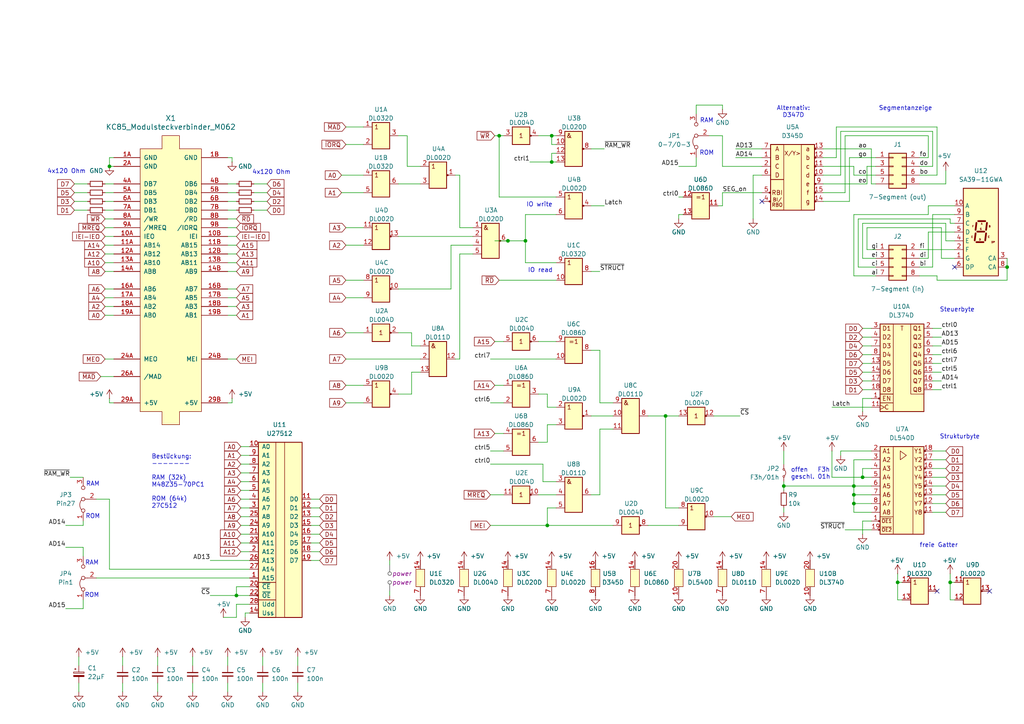
<source format=kicad_sch>
(kicad_sch (version 20231120) (generator "eeschema") (generator_version "8.0")
  (paper "A4")
  (title_block (title "M062.2") (date "14.4.24") (rev "1") (company "KC-Club") (comment 1 "boert"))
  (junction (at 292.1 77.47))
  (junction (at 160.02 46.99))
  (junction (at 247.65 140.97))
  (junction (at 275.59 168.91))
  (junction (at 68.58 172.72))
  (junction (at 152.4 69.85))
  (junction (at 250.19 138.43))
  (junction (at 247.65 146.05))
  (junction (at 31.75 48.26))
  (junction (at 158.75 152.4))
  (junction (at 247.65 143.51))
  (junction (at 144.78 39.37))
  (junction (at 260.35 168.91))
  (junction (at 193.04 120.65))
  (junction (at 227.33 140.97))
  (junction (at 147.32 69.85))
  (junction (at 160.02 39.37))
  (no_connect (at 287.02 171.45))
  (no_connect (at 271.78 171.45))
  (no_connect (at 276.86 77.47))
  (no_connect (at 220.98 58.42))
  (wire (pts (xy 252.73 146.05) (xy 247.65 146.05)))
  (wire (pts (xy 250.19 97.79) (xy 252.73 97.79)))
  (wire (pts (xy 143.51 111.76) (xy 146.05 111.76)))
  (wire (pts (xy 73.66 55.88) (xy 77.47 55.88)))
  (wire (pts (xy 30.48 91.44) (xy 33.02 91.44)))
  (wire (pts (xy 270.51 38.1) (xy 270.51 48.26)))
  (wire (pts (xy 35.56 198.12) (xy 35.56 200.66)))
  (wire (pts (xy 269.24 67.31) (xy 276.86 67.31)))
  (wire (pts (xy 69.85 152.4) (xy 72.39 152.4)))
  (wire (pts (xy 31.75 115.57) (xy 31.75 116.84)))
  (wire (pts (xy 242.57 45.72) (xy 242.57 36.83)))
  (wire (pts (xy 66.04 58.42) (xy 68.58 58.42)))
  (wire (pts (xy 22.86 198.12) (xy 22.86 200.66)))
  (wire (pts (xy 142.24 104.14) (xy 161.29 104.14)))
  (wire (pts (xy 247.65 140.97) (xy 247.65 143.51)))
  (wire (pts (xy 158.75 123.19) (xy 158.75 128.27)))
  (wire (pts (xy 100.33 86.36) (xy 105.41 86.36)))
  (wire (pts (xy 21.59 58.42) (xy 25.4 58.42)))
  (wire (pts (xy 30.48 83.82) (xy 33.02 83.82)))
  (wire (pts (xy 250.19 107.95) (xy 252.73 107.95)))
  (wire (pts (xy 161.29 46.99) (xy 160.02 46.99)))
  (wire (pts (xy 30.48 73.66) (xy 33.02 73.66)))
  (wire (pts (xy 66.04 76.2) (xy 68.58 76.2)))
  (wire (pts (xy 99.06 55.88) (xy 105.41 55.88)))
  (wire (pts (xy 90.17 147.32) (xy 92.71 147.32)))
  (wire (pts (xy 142.24 152.4) (xy 158.75 152.4)))
  (wire (pts (xy 71.12 177.8) (xy 71.12 179.07)))
  (wire (pts (xy 270.51 135.89) (xy 274.32 135.89)))
  (wire (pts (xy 66.04 55.88) (xy 68.58 55.88)))
  (wire (pts (xy 31.75 116.84) (xy 33.02 116.84)))
  (wire (pts (xy 144.78 81.28) (xy 161.29 81.28)))
  (wire (pts (xy 207.01 149.86) (xy 212.09 149.86)))
  (wire (pts (xy 119.38 100.33) (xy 119.38 96.52)))
  (wire (pts (xy 158.75 128.27) (xy 156.21 128.27)))
  (wire (pts (xy 251.46 72.39) (xy 254 72.39)))
  (wire (pts (xy 69.85 142.24) (xy 72.39 142.24)))
  (wire (pts (xy 118.11 48.26) (xy 121.92 48.26)))
  (wire (pts (xy 30.48 60.96) (xy 33.02 60.96)))
  (wire (pts (xy 274.32 69.85) (xy 276.86 69.85)))
  (wire (pts (xy 187.96 152.4) (xy 196.85 152.4)))
  (wire (pts (xy 266.7 72.39) (xy 276.86 72.39)))
  (wire (pts (xy 275.59 166.37) (xy 275.59 168.91)))
  (wire (pts (xy 254 45.72) (xy 246.38 45.72)))
  (wire (pts (xy 171.45 78.74) (xy 173.99 78.74)))
  (wire (pts (xy 69.85 147.32) (xy 72.39 147.32)))
  (wire (pts (xy 66.04 83.82) (xy 68.58 83.82)))
  (wire (pts (xy 196.85 147.32) (xy 193.04 147.32)))
  (wire (pts (xy 273.05 100.33) (xy 270.51 100.33)))
  (wire (pts (xy 158.75 118.11) (xy 158.75 114.3)))
  (wire (pts (xy 252.73 143.51) (xy 247.65 143.51)))
  (wire (pts (xy 66.04 198.12) (xy 66.04 200.66)))
  (wire (pts (xy 270.51 62.23) (xy 270.51 77.47)))
  (wire (pts (xy 218.44 50.8) (xy 218.44 63.5)))
  (wire (pts (xy 72.39 177.8) (xy 71.12 177.8)))
  (wire (pts (xy 252.73 135.89) (xy 250.19 135.89)))
  (wire (pts (xy 273.05 105.41) (xy 270.51 105.41)))
  (wire (pts (xy 153.67 46.99) (xy 160.02 46.99)))
  (wire (pts (xy 201.93 30.48) (xy 201.93 33.02)))
  (wire (pts (xy 270.51 148.59) (xy 274.32 148.59)))
  (wire (pts (xy 67.31 115.57) (xy 67.31 116.84)))
  (wire (pts (xy 250.19 135.89) (xy 250.19 138.43)))
  (wire (pts (xy 143.51 69.85) (xy 147.32 69.85)))
  (wire (pts (xy 273.05 107.95) (xy 270.51 107.95)))
  (wire (pts (xy 241.3 118.11) (xy 252.73 118.11)))
  (wire (pts (xy 254 53.34) (xy 252.73 53.34)))
  (wire (pts (xy 247.65 50.8) (xy 247.65 48.26)))
  (wire (pts (xy 100.33 96.52) (xy 105.41 96.52)))
  (wire (pts (xy 21.59 60.96) (xy 25.4 60.96)))
  (wire (pts (xy 227.33 147.32) (xy 227.33 148.59)))
  (wire (pts (xy 113.03 162.56) (xy 113.03 163.83)))
  (wire (pts (xy 157.48 134.62) (xy 157.48 139.7)))
  (wire (pts (xy 238.76 53.34) (xy 251.46 53.34)))
  (wire (pts (xy 252.73 43.18) (xy 252.73 53.34)))
  (wire (pts (xy 133.35 50.8) (xy 132.08 50.8)))
  (wire (pts (xy 275.59 168.91) (xy 276.86 168.91)))
  (wire (pts (xy 158.75 152.4) (xy 177.8 152.4)))
  (wire (pts (xy 69.85 132.08) (xy 72.39 132.08)))
  (wire (pts (xy 227.33 140.97) (xy 247.65 140.97)))
  (wire (pts (xy 66.04 104.14) (xy 68.58 104.14)))
  (wire (pts (xy 90.17 152.4) (xy 92.71 152.4)))
  (wire (pts (xy 213.36 43.18) (xy 220.98 43.18)))
  (wire (pts (xy 99.06 50.8) (xy 105.41 50.8)))
  (wire (pts (xy 76.2 198.12) (xy 76.2 200.66)))
  (wire (pts (xy 273.05 66.04) (xy 273.05 74.93)))
  (wire (pts (xy 45.72 190.5) (xy 45.72 193.04)))
  (wire (pts (xy 90.17 157.48) (xy 92.71 157.48)))
  (wire (pts (xy 144.78 57.15) (xy 144.78 39.37)))
  (wire (pts (xy 76.2 190.5) (xy 76.2 193.04)))
  (wire (pts (xy 66.04 71.12) (xy 68.58 71.12)))
  (wire (pts (xy 254 48.26) (xy 251.46 48.26)))
  (wire (pts (xy 113.03 171.45) (xy 113.03 172.72)))
  (wire (pts (xy 238.76 50.8) (xy 243.84 50.8)))
  (wire (pts (xy 261.62 173.99) (xy 260.35 173.99)))
  (wire (pts (xy 142.24 130.81) (xy 146.05 130.81)))
  (wire (pts (xy 137.16 66.04) (xy 133.35 66.04)))
  (wire (pts (xy 60.96 162.56) (xy 72.39 162.56)))
  (wire (pts (xy 160.02 39.37) (xy 161.29 39.37)))
  (wire (pts (xy 193.04 120.65) (xy 193.04 147.32)))
  (wire (pts (xy 270.51 130.81) (xy 274.32 130.81)))
  (wire (pts (xy 266.7 45.72) (xy 269.24 45.72)))
  (wire (pts (xy 252.73 140.97) (xy 247.65 140.97)))
  (wire (pts (xy 270.51 146.05) (xy 274.32 146.05)))
  (wire (pts (xy 31.75 48.26) (xy 31.75 45.72)))
  (wire (pts (xy 66.04 60.96) (xy 68.58 60.96)))
  (wire (pts (xy 292.1 74.93) (xy 292.1 77.47)))
  (wire (pts (xy 252.73 133.35) (xy 247.65 133.35)))
  (wire (pts (xy 66.04 116.84) (xy 67.31 116.84)))
  (wire (pts (xy 137.16 71.12) (xy 130.81 71.12)))
  (wire (pts (xy 55.88 198.12) (xy 55.88 200.66)))
  (wire (pts (xy 238.76 58.42) (xy 246.38 58.42)))
  (wire (pts (xy 252.73 151.13) (xy 250.19 151.13)))
  (wire (pts (xy 193.04 120.65) (xy 196.85 120.65)))
  (wire (pts (xy 130.81 71.12) (xy 130.81 83.82)))
  (wire (pts (xy 251.46 72.39) (xy 251.46 66.04)))
  (wire (pts (xy 19.05 158.75) (xy 24.13 158.75)))
  (wire (pts (xy 133.35 66.04) (xy 133.35 50.8)))
  (wire (pts (xy 31.75 144.78) (xy 31.75 165.1)))
  (wire (pts (xy 24.13 173.99) (xy 24.13 176.53)))
  (wire (pts (xy 269.24 74.93) (xy 269.24 67.31)))
  (wire (pts (xy 31.75 45.72) (xy 33.02 45.72)))
  (wire (pts (xy 250.19 138.43) (xy 241.3 138.43)))
  (wire (pts (xy 73.66 58.42) (xy 77.47 58.42)))
  (wire (pts (xy 66.04 73.66) (xy 68.58 73.66)))
  (wire (pts (xy 100.33 71.12) (xy 105.41 71.12)))
  (wire (pts (xy 266.7 74.93) (xy 269.24 74.93)))
  (wire (pts (xy 73.66 53.34) (xy 77.47 53.34)))
  (wire (pts (xy 100.33 104.14) (xy 121.92 104.14)))
  (wire (pts (xy 209.55 39.37) (xy 209.55 48.26)))
  (wire (pts (xy 173.99 116.84) (xy 173.99 101.6)))
  (wire (pts (xy 254 77.47) (xy 248.92 77.47)))
  (wire (pts (xy 209.55 55.88) (xy 209.55 59.69)))
  (wire (pts (xy 158.75 147.32) (xy 161.29 147.32)))
  (wire (pts (xy 66.04 190.5) (xy 66.04 193.04)))
  (wire (pts (xy 269.24 39.37) (xy 269.24 45.72)))
  (wire (pts (xy 275.59 168.91) (xy 275.59 173.99)))
  (wire (pts (xy 260.35 173.99) (xy 260.35 168.91)))
  (wire (pts (xy 209.55 31.75) (xy 209.55 30.48)))
  (wire (pts (xy 68.58 179.07) (xy 68.58 175.26)))
  (wire (pts (xy 30.48 76.2) (xy 33.02 76.2)))
  (wire (pts (xy 158.75 123.19) (xy 161.29 123.19)))
  (wire (pts (xy 67.31 45.72) (xy 66.04 45.72)))
  (wire (pts (xy 187.96 120.65) (xy 193.04 120.65)))
  (wire (pts (xy 243.84 50.8) (xy 243.84 38.1)))
  (wire (pts (xy 177.8 124.46) (xy 173.99 124.46)))
  (wire (pts (xy 251.46 66.04) (xy 273.05 66.04)))
  (wire (pts (xy 276.86 62.23) (xy 270.51 62.23)))
  (wire (pts (xy 273.05 74.93) (xy 276.86 74.93)))
  (wire (pts (xy 66.04 66.04) (xy 68.58 66.04)))
  (wire (pts (xy 196.85 62.23) (xy 198.12 62.23)))
  (wire (pts (xy 250.19 110.49) (xy 252.73 110.49)))
  (wire (pts (xy 30.48 78.74) (xy 33.02 78.74)))
  (wire (pts (xy 67.31 46.99) (xy 67.31 45.72)))
  (wire (pts (xy 115.57 114.3) (xy 119.38 114.3)))
  (wire (pts (xy 270.51 138.43) (xy 274.32 138.43)))
  (wire (pts (xy 30.48 71.12) (xy 33.02 71.12)))
  (wire (pts (xy 19.05 176.53) (xy 24.13 176.53)))
  (wire (pts (xy 227.33 140.97) (xy 227.33 139.7)))
  (wire (pts (xy 271.78 80.01) (xy 271.78 81.28)))
  (wire (pts (xy 171.45 120.65) (xy 177.8 120.65)))
  (wire (pts (xy 147.32 69.85) (xy 152.4 69.85)))
  (wire (pts (xy 66.04 63.5) (xy 68.58 63.5)))
  (wire (pts (xy 250.19 64.77) (xy 274.32 64.77)))
  (wire (pts (xy 275.59 63.5) (xy 275.59 64.77)))
  (wire (pts (xy 30.48 55.88) (xy 33.02 55.88)))
  (wire (pts (xy 271.78 81.28) (xy 292.1 81.28)))
  (wire (pts (xy 241.3 130.81) (xy 241.3 138.43)))
  (wire (pts (xy 250.19 151.13) (xy 250.19 154.94)))
  (wire (pts (xy 250.19 74.93) (xy 250.19 64.77)))
  (wire (pts (xy 69.85 129.54) (xy 72.39 129.54)))
  (wire (pts (xy 201.93 45.72) (xy 201.93 48.26)))
  (wire (pts (xy 161.29 118.11) (xy 158.75 118.11)))
  (wire (pts (xy 173.99 101.6) (xy 171.45 101.6)))
  (wire (pts (xy 68.58 175.26) (xy 72.39 175.26)))
  (wire (pts (xy 238.76 48.26) (xy 247.65 48.26)))
  (wire (pts (xy 196.85 57.15) (xy 198.12 57.15)))
  (wire (pts (xy 55.88 190.5) (xy 55.88 193.04)))
  (wire (pts (xy 227.33 134.62) (xy 227.33 130.81)))
  (wire (pts (xy 251.46 48.26) (xy 251.46 53.34)))
  (wire (pts (xy 161.29 41.91) (xy 160.02 41.91)))
  (wire (pts (xy 220.98 50.8) (xy 218.44 50.8)))
  (wire (pts (xy 245.11 39.37) (xy 269.24 39.37)))
  (wire (pts (xy 254 80.01) (xy 247.65 80.01)))
  (wire (pts (xy 121.92 100.33) (xy 119.38 100.33)))
  (wire (pts (xy 100.33 66.04) (xy 105.41 66.04)))
  (wire (pts (xy 247.65 146.05) (xy 247.65 148.59)))
  (wire (pts (xy 21.59 55.88) (xy 25.4 55.88)))
  (wire (pts (xy 66.04 91.44) (xy 68.58 91.44)))
  (wire (pts (xy 115.57 96.52) (xy 119.38 96.52)))
  (wire (pts (xy 133.35 73.66) (xy 133.35 104.14)))
  (wire (pts (xy 64.77 179.07) (xy 68.58 179.07)))
  (wire (pts (xy 69.85 154.94) (xy 72.39 154.94)))
  (wire (pts (xy 69.85 160.02) (xy 72.39 160.02)))
  (wire (pts (xy 66.04 78.74) (xy 68.58 78.74)))
  (wire (pts (xy 27.94 167.64) (xy 72.39 167.64)))
  (wire (pts (xy 90.17 149.86) (xy 92.71 149.86)))
  (wire (pts (xy 118.11 48.26) (xy 118.11 39.37)))
  (wire (pts (xy 69.85 137.16) (xy 72.39 137.16)))
  (wire (pts (xy 100.33 36.83) (xy 105.41 36.83)))
  (wire (pts (xy 207.01 120.65) (xy 214.63 120.65)))
  (wire (pts (xy 248.92 63.5) (xy 275.59 63.5)))
  (wire (pts (xy 273.05 102.87) (xy 270.51 102.87)))
  (wire (pts (xy 152.4 62.23) (xy 152.4 69.85)))
  (wire (pts (xy 274.32 53.34) (xy 274.32 49.53)))
  (wire (pts (xy 160.02 44.45) (xy 161.29 44.45)))
  (wire (pts (xy 246.38 45.72) (xy 246.38 58.42)))
  (wire (pts (xy 24.13 161.29) (xy 24.13 158.75)))
  (wire (pts (xy 152.4 69.85) (xy 152.4 76.2)))
  (wire (pts (xy 161.29 62.23) (xy 152.4 62.23)))
  (wire (pts (xy 20.32 138.43) (xy 24.13 138.43)))
  (wire (pts (xy 270.51 95.25) (xy 273.05 95.25)))
  (wire (pts (xy 156.21 143.51) (xy 161.29 143.51)))
  (wire (pts (xy 250.19 105.41) (xy 252.73 105.41)))
  (wire (pts (xy 266.7 80.01) (xy 271.78 80.01)))
  (wire (pts (xy 260.35 168.91) (xy 260.35 166.37)))
  (wire (pts (xy 146.05 39.37) (xy 144.78 39.37)))
  (wire (pts (xy 260.35 168.91) (xy 261.62 168.91)))
  (wire (pts (xy 238.76 43.18) (xy 252.73 43.18)))
  (wire (pts (xy 68.58 172.72) (xy 72.39 172.72)))
  (wire (pts (xy 143.51 125.73) (xy 146.05 125.73)))
  (wire (pts (xy 247.65 143.51) (xy 247.65 146.05)))
  (wire (pts (xy 100.33 116.84) (xy 105.41 116.84)))
  (wire (pts (xy 247.65 140.97) (xy 247.65 133.35)))
  (wire (pts (xy 196.85 48.26) (xy 201.93 48.26)))
  (wire (pts (xy 30.48 68.58) (xy 33.02 68.58)))
  (wire (pts (xy 245.11 153.67) (xy 252.73 153.67)))
  (wire (pts (xy 245.11 55.88) (xy 245.11 39.37)))
  (wire (pts (xy 171.45 43.18) (xy 175.26 43.18)))
  (wire (pts (xy 115.57 39.37) (xy 118.11 39.37)))
  (wire (pts (xy 86.36 190.5) (xy 86.36 193.04)))
  (wire (pts (xy 90.17 144.78) (xy 92.71 144.78)))
  (wire (pts (xy 250.19 115.57) (xy 252.73 115.57)))
  (wire (pts (xy 243.84 38.1) (xy 270.51 38.1)))
  (wire (pts (xy 171.45 59.69) (xy 175.26 59.69)))
  (wire (pts (xy 274.32 64.77) (xy 274.32 69.85)))
  (wire (pts (xy 115.57 53.34) (xy 121.92 53.34)))
  (wire (pts (xy 100.33 41.91) (xy 105.41 41.91)))
  (wire (pts (xy 142.24 143.51) (xy 146.05 143.51)))
  (wire (pts (xy 238.76 45.72) (xy 242.57 45.72)))
  (wire (pts (xy 250.19 100.33) (xy 252.73 100.33)))
  (wire (pts (xy 209.55 55.88) (xy 220.98 55.88)))
  (wire (pts (xy 196.85 63.5) (xy 196.85 62.23)))
  (wire (pts (xy 252.73 138.43) (xy 250.19 138.43)))
  (wire (pts (xy 69.85 149.86) (xy 72.39 149.86)))
  (wire (pts (xy 274.32 53.34) (xy 266.7 53.34)))
  (wire (pts (xy 213.36 45.72) (xy 220.98 45.72)))
  (wire (pts (xy 30.48 86.36) (xy 33.02 86.36)))
  (wire (pts (xy 270.51 140.97) (xy 274.32 140.97)))
  (wire (pts (xy 29.21 109.22) (xy 33.02 109.22)))
  (wire (pts (xy 119.38 107.95) (xy 119.38 114.3)))
  (wire (pts (xy 250.19 113.03) (xy 252.73 113.03)))
  (wire (pts (xy 142.24 134.62) (xy 157.48 134.62)))
  (wire (pts (xy 73.66 60.96) (xy 77.47 60.96)))
  (wire (pts (xy 173.99 124.46) (xy 173.99 143.51)))
  (wire (pts (xy 30.48 53.34) (xy 33.02 53.34)))
  (wire (pts (xy 24.13 151.13) (xy 24.13 152.4)))
  (wire (pts (xy 19.05 152.4) (xy 24.13 152.4)))
  (wire (pts (xy 271.78 36.83) (xy 271.78 50.8)))
  (wire (pts (xy 90.17 162.56) (xy 92.71 162.56)))
  (wire (pts (xy 100.33 81.28) (xy 105.41 81.28)))
  (wire (pts (xy 201.93 30.48) (xy 209.55 30.48)))
  (wire (pts (xy 247.65 80.01) (xy 247.65 62.23)))
  (wire (pts (xy 72.39 170.18) (xy 68.58 170.18)))
  (wire (pts (xy 143.51 39.37) (xy 144.78 39.37)))
  (wire (pts (xy 275.59 64.77) (xy 276.86 64.77)))
  (wire (pts (xy 90.17 160.02) (xy 92.71 160.02)))
  (wire (pts (xy 31.75 144.78) (xy 27.94 144.78)))
  (wire (pts (xy 250.19 74.93) (xy 254 74.93)))
  (wire (pts (xy 157.48 139.7) (xy 161.29 139.7)))
  (wire (pts (xy 158.75 114.3) (xy 156.21 114.3)))
  (wire (pts (xy 252.73 148.59) (xy 247.65 148.59)))
  (wire (pts (xy 243.84 132.08) (xy 243.84 130.81)))
  (wire (pts (xy 269.24 59.69) (xy 276.86 59.69)))
  (wire (pts (xy 161.29 76.2) (xy 152.4 76.2)))
  (wire (pts (xy 132.08 104.14) (xy 133.35 104.14)))
  (wire (pts (xy 30.48 63.5) (xy 33.02 63.5)))
  (wire (pts (xy 69.85 157.48) (xy 72.39 157.48)))
  (wire (pts (xy 266.7 77.47) (xy 270.51 77.47)))
  (wire (pts (xy 143.51 99.06) (xy 146.05 99.06)))
  (wire (pts (xy 66.04 68.58) (xy 68.58 68.58)))
  (wire (pts (xy 21.59 53.34) (xy 25.4 53.34)))
  (wire (pts (xy 243.84 130.81) (xy 252.73 130.81)))
  (wire (pts (xy 121.92 107.95) (xy 119.38 107.95)))
  (wire (pts (xy 160.02 39.37) (xy 160.02 41.91)))
  (wire (pts (xy 69.85 144.78) (xy 72.39 144.78)))
  (wire (pts (xy 30.48 88.9) (xy 33.02 88.9)))
  (wire (pts (xy 30.48 66.04) (xy 33.02 66.04)))
  (wire (pts (xy 248.92 77.47) (xy 248.92 63.5)))
  (wire (pts (xy 250.19 119.38) (xy 250.19 115.57)))
  (wire (pts (xy 173.99 143.51) (xy 171.45 143.51)))
  (wire (pts (xy 142.24 116.84) (xy 146.05 116.84)))
  (wire (pts (xy 292.1 77.47) (xy 292.1 81.28)))
  (wire (pts (xy 90.17 154.94) (xy 92.71 154.94)))
  (wire (pts (xy 100.33 111.76) (xy 105.41 111.76)))
  (wire (pts (xy 227.33 140.97) (xy 227.33 142.24)))
  (wire (pts (xy 66.04 86.36) (xy 68.58 86.36)))
  (wire (pts (xy 270.51 143.51) (xy 274.32 143.51)))
  (wire (pts (xy 156.21 99.06) (xy 161.29 99.06)))
  (wire (pts (xy 160.02 46.99) (xy 160.02 44.45)))
  (wire (pts (xy 69.85 139.7) (xy 72.39 139.7)))
  (wire (pts (xy 275.59 173.99) (xy 276.86 173.99)))
  (wire (pts (xy 238.76 55.88) (xy 245.11 55.88)))
  (wire (pts (xy 30.48 58.42) (xy 33.02 58.42)))
  (wire (pts (xy 266.7 50.8) (xy 271.78 50.8)))
  (wire (pts (xy 270.51 133.35) (xy 274.32 133.35)))
  (wire (pts (xy 158.75 147.32) (xy 158.75 152.4)))
  (wire (pts (xy 45.72 198.12) (xy 45.72 200.66)))
  (wire (pts (xy 177.8 116.84) (xy 173.99 116.84)))
  (wire (pts (xy 161.29 57.15) (xy 144.78 57.15)))
  (wire (pts (xy 209.55 48.26) (xy 220.98 48.26)))
  (wire (pts (xy 273.05 113.03) (xy 270.51 113.03)))
  (wire (pts (xy 115.57 68.58) (xy 137.16 68.58)))
  (wire (pts (xy 156.21 39.37) (xy 160.02 39.37)))
  (wire (pts (xy 66.04 53.34) (xy 68.58 53.34)))
  (wire (pts (xy 30.48 104.14) (xy 33.02 104.14)))
  (wire (pts (xy 86.36 198.12) (xy 86.36 200.66)))
  (wire (pts (xy 269.24 62.23) (xy 269.24 59.69)))
  (wire (pts (xy 115.57 83.82) (xy 130.81 83.82)))
  (wire (pts (xy 270.51 97.79) (xy 273.05 97.79)))
  (wire (pts (xy 60.96 172.72) (xy 68.58 172.72)))
  (wire (pts (xy 250.19 102.87) (xy 252.73 102.87)))
  (wire (pts (xy 266.7 48.26) (xy 270.51 48.26)))
  (wire (pts (xy 35.56 190.5) (xy 35.56 193.04)))
  (wire (pts (xy 250.19 95.25) (xy 252.73 95.25)))
  (wire (pts (xy 137.16 73.66) (xy 133.35 73.66)))
  (wire (pts (xy 273.05 110.49) (xy 270.51 110.49)))
  (wire (pts (xy 254 50.8) (xy 247.65 50.8)))
  (wire (pts (xy 242.57 36.83) (xy 271.78 36.83)))
  (wire (pts (xy 247.65 62.23) (xy 269.24 62.23)))
  (wire (pts (xy 22.86 190.5) (xy 22.86 193.04)))
  (wire (pts (xy 209.55 59.69) (xy 208.28 59.69)))
  (wire (pts (xy 31.75 48.26) (xy 33.02 48.26)))
  (wire (pts (xy 69.85 134.62) (xy 72.39 134.62)))
  (wire (pts (xy 205.74 39.37) (xy 209.55 39.37)))
  (wire (pts (xy 68.58 170.18) (xy 68.58 172.72)))
  (wire (pts (xy 66.04 88.9) (xy 68.58 88.9)))
  (wire (pts (xy 72.39 165.1) (xy 31.75 165.1)))
  (text "Steuerbyte" (at 277.622 89.916 0) (effects (font (size 1.27 1.27))))
  (text "ROM" (at 26.924 149.86 0) (effects (font (size 1.27 1.27))))
  (text "4x120 Ohm" (at 19.304 49.784 0) (effects (font (size 1.27 1.27))))
  (text "IO read" (at 156.718 78.486 0) (effects (font (size 1.27 1.27))))
  (text "IO write" (at 156.464 59.436 0) (effects (font (size 1.27 1.27))))
  (text "Strukturbyte" (at 278.384 126.746 0) (effects (font (size 1.27 1.27))))
  (text "ROM" (at 204.978 44.45 0) (effects (font (size 1.27 1.27))))
  (text "ROM" (at 26.67 172.72 0) (effects (font (size 1.27 1.27))))
  (text "4x120 Ohm" (at 78.74 50.038 0) (effects (font (size 1.27 1.27))))
  (text "RAM" (at 26.924 140.462 0) (effects (font (size 1.27 1.27))))
  (text "freie Gatter" (at 272.288 158.242 0) (effects (font (size 1.27 1.27))))
  (text "Bestückung:\n-------\n\nRAM (32k)\nM48Z35-70PC1\n\nROM (64k)\n27C512" (at 43.942 139.7 0) (effects (font (size 1.27 1.27)) (justify left)))
  (text "RAM" (at 26.67 163.322 0) (effects (font (size 1.27 1.27))))
  (text "offen   F3h\ngeschl. 01h" (at 229.362 137.414 0) (effects (font (size 1.27 1.27)) (justify left)))
  (text "Segmentanzeige" (at 262.636 31.496 0) (effects (font (size 1.27 1.27))))
  (text "RAM" (at 204.978 35.052 0) (effects (font (size 1.27 1.27))))
  (text "Alternativ:\nD347D" (at 230.124 32.512 0) (effects (font (size 1.27 1.27))))
  (label "ctrl1" (at 153.67 46.99 180))
  (label "fo" (at 266.7 45.72 0))
  (label "ctrl0" (at 273.05 95.25 0))
  (label "AD15" (at 19.05 176.53 180))
  (label "ctrl1" (at 273.05 113.03 0))
  (label "ctrl7" (at 273.05 105.41 0))
  (label "~{CS}" (at 214.63 120.65 0))
  (label "AD14" (at 213.36 45.72 0))
  (label "go" (at 248.92 45.72 0))
  (label "~{RAM_WR}" (at 20.32 138.43 180))
  (label "ctrl6" (at 273.05 102.87 0))
  (label "AD14" (at 273.05 110.49 0))
  (label "AD15" (at 273.05 100.33 0))
  (label "do" (at 266.7 48.26 0))
  (label "ctrl6" (at 142.24 116.84 180))
  (label "~{RAM_WR}" (at 175.26 43.18 0))
  (label "Latch" (at 241.3 118.11 0))
  (label "AD15" (at 196.85 48.26 180))
  (label "ctrl0" (at 196.85 57.15 180))
  (label "ao" (at 248.92 43.18 0))
  (label "eo" (at 248.92 53.34 0))
  (label "ei" (at 252.73 74.93 0))
  (label "bo" (at 266.7 50.8 0))
  (label "ci" (at 252.73 77.47 0))
  (label "SEG_on" (at 209.55 55.88 0))
  (label "~{CS}" (at 60.96 172.72 180))
  (label "AD13" (at 60.96 162.56 180))
  (label "~{STRUCT}" (at 173.99 78.74 0))
  (label "AD14" (at 19.05 152.4 180))
  (label "gi" (at 252.73 72.39 0))
  (label "di" (at 266.7 74.93 0))
  (label "ctrl5" (at 142.24 130.81 180))
  (label "fi" (at 266.7 72.39 0))
  (label "ctrl7" (at 142.24 104.14 180))
  (label "ctrl5" (at 273.05 107.95 0))
  (label "ctrl0" (at 142.24 134.62 180))
  (label "~{STRUCT}" (at 245.11 153.67 180))
  (label "ai" (at 252.73 80.01 0))
  (label "AD13" (at 273.05 97.79 0))
  (label "bi" (at 266.7 77.47 0))
  (label "Latch" (at 175.26 59.69 0))
  (label "co" (at 248.92 50.8 0))
  (label "AD14" (at 19.05 158.75 180))
  (label "AD13" (at 213.36 43.18 0))
  (global_label "A8" (shape input) (at 30.48 78.74 180) (property "Intersheetrefs" "${INTERSHEET_REFS}" (effects (hide yes))))
  (global_label "D2" (shape input) (at 77.47 58.42 0) (property "Intersheetrefs" "${INTERSHEET_REFS}" (effects (hide yes))))
  (global_label "A8" (shape input) (at 100.33 111.76 180) (property "Intersheetrefs" "${INTERSHEET_REFS}" (effects (hide yes))))
  (global_label "A11" (shape input) (at 68.58 76.2 0) (property "Intersheetrefs" "${INTERSHEET_REFS}" (effects (hide yes))))
  (global_label "D1" (shape input) (at 21.59 60.96 180) (property "Intersheetrefs" "${INTERSHEET_REFS}" (effects (hide yes))))
  (global_label "D7" (shape input) (at 274.32 148.59 0) (property "Intersheetrefs" "${INTERSHEET_REFS}" (effects (hide yes))))
  (global_label "A9" (shape input) (at 100.33 116.84 180) (property "Intersheetrefs" "${INTERSHEET_REFS}" (effects (hide yes))))
  (global_label "~{MAD}" (shape input) (at 100.33 36.83 180) (property "Intersheetrefs" "${INTERSHEET_REFS}" (effects (hide yes))))
  (global_label "D0" (shape input) (at 274.32 130.81 0) (property "Intersheetrefs" "${INTERSHEET_REFS}" (effects (hide yes))))
  (global_label "D5" (shape input) (at 92.71 157.48 0) (property "Intersheetrefs" "${INTERSHEET_REFS}" (effects (hide yes))))
  (global_label "D4" (shape input) (at 77.47 55.88 0) (property "Intersheetrefs" "${INTERSHEET_REFS}" (effects (hide yes))))
  (global_label "MEO" (shape input) (at 212.09 149.86 0) (property "Intersheetrefs" "${INTERSHEET_REFS}" (effects (hide yes))))
  (global_label "A7" (shape input) (at 100.33 104.14 180) (property "Intersheetrefs" "${INTERSHEET_REFS}" (effects (hide yes))))
  (global_label "A5" (shape input) (at 69.85 142.24 180) (property "Intersheetrefs" "${INTERSHEET_REFS}" (effects (hide yes))))
  (global_label "D0" (shape input) (at 250.19 95.25 180) (property "Intersheetrefs" "${INTERSHEET_REFS}" (effects (hide yes))))
  (global_label "A1" (shape input) (at 99.06 55.88 180) (property "Intersheetrefs" "${INTERSHEET_REFS}" (effects (hide yes))))
  (global_label "A9" (shape input) (at 69.85 152.4 180) (property "Intersheetrefs" "${INTERSHEET_REFS}" (effects (hide yes))))
  (global_label "D1" (shape input) (at 274.32 133.35 0) (property "Intersheetrefs" "${INTERSHEET_REFS}" (effects (hide yes))))
  (global_label "D3" (shape input) (at 274.32 138.43 0) (property "Intersheetrefs" "${INTERSHEET_REFS}" (effects (hide yes))))
  (global_label "A3" (shape input) (at 68.58 88.9 0) (property "Intersheetrefs" "${INTERSHEET_REFS}" (effects (hide yes))))
  (global_label "~{WR}" (shape input) (at 30.48 63.5 180) (property "Intersheetrefs" "${INTERSHEET_REFS}" (effects (hide yes))))
  (global_label "D1" (shape input) (at 92.71 147.32 0) (property "Intersheetrefs" "${INTERSHEET_REFS}" (effects (hide yes))))
  (global_label "D5" (shape input) (at 21.59 55.88 180) (property "Intersheetrefs" "${INTERSHEET_REFS}" (effects (hide yes))))
  (global_label "A1" (shape input) (at 68.58 91.44 0) (property "Intersheetrefs" "${INTERSHEET_REFS}" (effects (hide yes))))
  (global_label "A15" (shape input) (at 68.58 71.12 0) (property "Intersheetrefs" "${INTERSHEET_REFS}" (effects (hide yes))))
  (global_label "A4" (shape input) (at 100.33 86.36 180) (property "Intersheetrefs" "${INTERSHEET_REFS}" (effects (hide yes))))
  (global_label "~{RD}" (shape input) (at 68.58 63.5 0) (property "Intersheetrefs" "${INTERSHEET_REFS}" (effects (hide yes))))
  (global_label "A15" (shape input) (at 143.51 99.06 180) (property "Intersheetrefs" "${INTERSHEET_REFS}" (effects (hide yes))))
  (global_label "A13" (shape input) (at 68.58 73.66 0) (property "Intersheetrefs" "${INTERSHEET_REFS}" (effects (hide yes))))
  (global_label "D7" (shape input) (at 92.71 162.56 0) (property "Intersheetrefs" "${INTERSHEET_REFS}" (effects (hide yes))))
  (global_label "MEO" (shape input) (at 30.48 104.14 180) (property "Intersheetrefs" "${INTERSHEET_REFS}" (effects (hide yes))))
  (global_label "IEI-IEO" (shape input) (at 30.48 68.58 180) (property "Intersheetrefs" "${INTERSHEET_REFS}" (effects (hide yes))))
  (global_label "A3" (shape input) (at 69.85 137.16 180) (property "Intersheetrefs" "${INTERSHEET_REFS}" (effects (hide yes))))
  (global_label "~{MAD}" (shape input) (at 29.21 109.22 180) (property "Intersheetrefs" "${INTERSHEET_REFS}" (effects (hide yes))))
  (global_label "A5" (shape input) (at 68.58 86.36 0) (property "Intersheetrefs" "${INTERSHEET_REFS}" (effects (hide yes))))
  (global_label "D2" (shape input) (at 250.19 97.79 180) (property "Intersheetrefs" "${INTERSHEET_REFS}" (effects (hide yes))))
  (global_label "D4" (shape input) (at 250.19 100.33 180) (property "Intersheetrefs" "${INTERSHEET_REFS}" (effects (hide yes))))
  (global_label "D0" (shape input) (at 77.47 60.96 0) (property "Intersheetrefs" "${INTERSHEET_REFS}" (effects (hide yes))))
  (global_label "A1" (shape input) (at 69.85 132.08 180) (property "Intersheetrefs" "${INTERSHEET_REFS}" (effects (hide yes))))
  (global_label "D0" (shape input) (at 92.71 144.78 0) (property "Intersheetrefs" "${INTERSHEET_REFS}" (effects (hide yes))))
  (global_label "D7" (shape input) (at 21.59 53.34 180) (property "Intersheetrefs" "${INTERSHEET_REFS}" (effects (hide yes))))
  (global_label "A6" (shape input) (at 30.48 83.82 180) (property "Intersheetrefs" "${INTERSHEET_REFS}" (effects (hide yes))))
  (global_label "~{WR}" (shape input) (at 143.51 39.37 180) (property "Intersheetrefs" "${INTERSHEET_REFS}" (effects (hide yes))))
  (global_label "A4" (shape input) (at 69.85 139.7 180) (property "Intersheetrefs" "${INTERSHEET_REFS}" (effects (hide yes))))
  (global_label "A14" (shape input) (at 30.48 71.12 180) (property "Intersheetrefs" "${INTERSHEET_REFS}" (effects (hide yes))))
  (global_label "A12" (shape input) (at 30.48 73.66 180) (property "Intersheetrefs" "${INTERSHEET_REFS}" (effects (hide yes))))
  (global_label "~{RD}" (shape input) (at 144.78 81.28 180) (property "Intersheetrefs" "${INTERSHEET_REFS}" (effects (hide yes))))
  (global_label "D3" (shape input) (at 21.59 58.42 180) (property "Intersheetrefs" "${INTERSHEET_REFS}" (effects (hide yes))))
  (global_label "A0" (shape input) (at 30.48 91.44 180) (property "Intersheetrefs" "${INTERSHEET_REFS}" (effects (hide yes))))
  (global_label "D3" (shape input) (at 250.19 110.49 180) (property "Intersheetrefs" "${INTERSHEET_REFS}" (effects (hide yes))))
  (global_label "A10" (shape input) (at 69.85 154.94 180) (property "Intersheetrefs" "${INTERSHEET_REFS}" (effects (hide yes))))
  (global_label "MEI" (shape input) (at 68.58 104.14 0) (property "Intersheetrefs" "${INTERSHEET_REFS}" (effects (hide yes))))
  (global_label "A2" (shape input) (at 30.48 88.9 180) (property "Intersheetrefs" "${INTERSHEET_REFS}" (effects (hide yes))))
  (global_label "A13" (shape input) (at 143.51 125.73 180) (property "Intersheetrefs" "${INTERSHEET_REFS}" (effects (hide yes))))
  (global_label "A0" (shape input) (at 99.06 50.8 180) (property "Intersheetrefs" "${INTERSHEET_REFS}" (effects (hide yes))))
  (global_label "~{MREQ}" (shape input) (at 142.24 143.51 180) (property "Intersheetrefs" "${INTERSHEET_REFS}" (effects (hide yes))))
  (global_label "D1" (shape input) (at 250.19 113.03 180) (property "Intersheetrefs" "${INTERSHEET_REFS}" (effects (hide yes))))
  (global_label "D7" (shape input) (at 250.19 105.41 180) (property "Intersheetrefs" "${INTERSHEET_REFS}" (effects (hide yes))))
  (global_label "A0" (shape input) (at 69.85 129.54 180) (property "Intersheetrefs" "${INTERSHEET_REFS}" (effects (hide yes))))
  (global_label "D2" (shape input) (at 274.32 135.89 0) (property "Intersheetrefs" "${INTERSHEET_REFS}" (effects (hide yes))))
  (global_label "~{IORQ}" (shape input) (at 68.58 66.04 0) (property "Intersheetrefs" "${INTERSHEET_REFS}" (effects (hide yes))))
  (global_label "~{IORQ}" (shape input) (at 100.33 41.91 180) (property "Intersheetrefs" "${INTERSHEET_REFS}" (effects (hide yes))))
  (global_label "A2" (shape input) (at 69.85 134.62 180) (property "Intersheetrefs" "${INTERSHEET_REFS}" (effects (hide yes))))
  (global_label "D2" (shape input) (at 92.71 149.86 0) (property "Intersheetrefs" "${INTERSHEET_REFS}" (effects (hide yes))))
  (global_label "A12" (shape input) (at 69.85 160.02 180) (property "Intersheetrefs" "${INTERSHEET_REFS}" (effects (hide yes))))
  (global_label "A11" (shape input) (at 69.85 157.48 180) (property "Intersheetrefs" "${INTERSHEET_REFS}" (effects (hide yes))))
  (global_label "A5" (shape input) (at 100.33 81.28 180) (property "Intersheetrefs" "${INTERSHEET_REFS}" (effects (hide yes))))
  (global_label "D3" (shape input) (at 92.71 152.4 0) (property "Intersheetrefs" "${INTERSHEET_REFS}" (effects (hide yes))))
  (global_label "A7" (shape input) (at 69.85 147.32 180) (property "Intersheetrefs" "${INTERSHEET_REFS}" (effects (hide yes))))
  (global_label "IEI-IEO" (shape input) (at 68.58 68.58 0) (property "Intersheetrefs" "${INTERSHEET_REFS}" (effects (hide yes))))
  (global_label "A2" (shape input) (at 100.33 71.12 180) (property "Intersheetrefs" "${INTERSHEET_REFS}" (effects (hide yes))))
  (global_label "D5" (shape input) (at 250.19 107.95 180) (property "Intersheetrefs" "${INTERSHEET_REFS}" (effects (hide yes))))
  (global_label "A7" (shape input) (at 68.58 83.82 0) (property "Intersheetrefs" "${INTERSHEET_REFS}" (effects (hide yes))))
  (global_label "MEI" (shape input) (at 142.24 152.4 180) (property "Intersheetrefs" "${INTERSHEET_REFS}" (effects (hide yes))))
  (global_label "D6" (shape input) (at 92.71 160.02 0) (property "Intersheetrefs" "${INTERSHEET_REFS}" (effects (hide yes))))
  (global_label "A14" (shape input) (at 143.51 111.76 180) (property "Intersheetrefs" "${INTERSHEET_REFS}" (effects (hide yes))))
  (global_label "D4" (shape input) (at 274.32 140.97 0) (property "Intersheetrefs" "${INTERSHEET_REFS}" (effects (hide yes))))
  (global_label "A8" (shape input) (at 69.85 149.86 180) (property "Intersheetrefs" "${INTERSHEET_REFS}" (effects (hide yes))))
  (global_label "A3" (shape input) (at 100.33 66.04 180) (property "Intersheetrefs" "${INTERSHEET_REFS}" (effects (hide yes))))
  (global_label "A6" (shape input) (at 100.33 96.52 180) (property "Intersheetrefs" "${INTERSHEET_REFS}" (effects (hide yes))))
  (global_label "D6" (shape input) (at 77.47 53.34 0) (property "Intersheetrefs" "${INTERSHEET_REFS}" (effects (hide yes))))
  (global_label "A10" (shape input) (at 30.48 76.2 180) (property "Intersheetrefs" "${INTERSHEET_REFS}" (effects (hide yes))))
  (global_label "D5" (shape input) (at 274.32 143.51 0) (property "Intersheetrefs" "${INTERSHEET_REFS}" (effects (hide yes))))
  (global_label "D4" (shape input) (at 92.71 154.94 0) (property "Intersheetrefs" "${INTERSHEET_REFS}" (effects (hide yes))))
  (global_label "A6" (shape input) (at 69.85 144.78 180) (property "Intersheetrefs" "${INTERSHEET_REFS}" (effects (hide yes))))
  (global_label "D6" (shape input) (at 250.19 102.87 180) (property "Intersheetrefs" "${INTERSHEET_REFS}" (effects (hide yes))))
  (global_label "A9" (shape input) (at 68.58 78.74 0) (property "Intersheetrefs" "${INTERSHEET_REFS}" (effects (hide yes))))
  (global_label "D6" (shape input) (at 274.32 146.05 0) (property "Intersheetrefs" "${INTERSHEET_REFS}" (effects (hide yes))))
  (global_label "~{MREQ}" (shape input) (at 30.48 66.04 180) (property "Intersheetrefs" "${INTERSHEET_REFS}" (effects (hide yes))))
  (global_label "A4" (shape input) (at 30.48 86.36 180) (property "Intersheetrefs" "${INTERSHEET_REFS}" (effects (hide yes))))
  (netclass_flag "" (length 2.54) (shape round) (at 113.03 171.45 0) (property "Netclass" "power" (at 113.7285 168.91 0) (effects (font (italic yes)) (justify left))))
  (netclass_flag "" (length 2.54) (shape round) (at 113.03 163.83 180) (property "Netclass" "power" (at 113.7285 166.37 0) (effects (font (italic yes)) (justify left))))
  (symbol (lib_id "power:+5V") (at 172.72 162.56 0) (unit 1)
    (property "Reference" "#PWR018" (effects (hide yes)))
    (property "Value" "+5V" (at 176.53 161.29 0))
    (property "Description" "Power symbol creates a global label with name \"+5V\"" (effects (hide yes)))
  )
  (symbol (lib_id "RFT_Digitalschaltkreise:DL032D") (at 121.92 167.64 0) (unit 5)
    (property "Reference" "U1" (at 124.46 166.3699 0) (effects (justify left)))
    (property "Value" "DL032D" (at 124.46 168.9099 0) (effects (justify left)))
    (property "Footprint" "Package_DIP:DIP-14_W7.62mm_LongPads" (effects (hide yes)))
    (property "Datasheet" "https://www-user.tu-chemnitz.de/~heha/basteln/Konsumg%C3%BCter/DDR-Halbleiter/g.cgi?149" (effects (hide yes)))
    (property "Description" "4 OR-Gatter mit je 2 Eingängen" (effects (hide yes)))
  )
  (symbol (lib_id "RFT_Digitalschaltkreise:DL004D") (at 182.88 152.4 0) (unit 4)
    (property "Reference" "U2" (at 183.0705 146.05 0))
    (property "Value" "DL004D" (at 183.0705 148.59 0))
    (property "Footprint" "Package_DIP:DIP-14_W7.62mm_LongPads" (effects (hide yes)))
    (property "Datasheet" "https://www-user.tu-chemnitz.de/~heha/basteln/Konsumg%C3%BCter/DDR-Halbleiter/dl003.gif" (effects (hide yes)))
    (property "Description" "6 Inverter" (effects (hide yes)))
  )
  (symbol (lib_id "RFT_Digitalschaltkreise:DL011D") (at 209.55 167.64 0) (unit 4)
    (property "Reference" "U8" (at 212.09 166.3699 0) (effects (justify left)))
    (property "Value" "DL011D" (at 212.09 168.9099 0) (effects (justify left)))
    (property "Footprint" "Package_DIP:DIP-14_W7.62mm_LongPads" (effects (hide yes)))
    (property "Datasheet" "https://www-user.tu-chemnitz.de/~heha/basteln/Konsumg%C3%BCter/DDR-Halbleiter/dl008.gif" (effects (hide yes)))
    (property "Description" "3 AND-Gatter mit je 3 Eingängen" (effects (hide yes)))
  )
  (symbol (lib_id "power:GND") (at 55.88 200.66 0) (unit 1)
    (property "Reference" "#PWR049" (effects (hide yes)))
    (property "Value" "GND" (at 55.88 204.47 0))
    (property "Description" "Power symbol creates a global label with name \"GND\" , ground" (effects (hide yes)))
  )
  (symbol (lib_id "Device:R_Small") (at 27.94 55.88 90) (unit 1)
    (property "Reference" "R3" (effects (hide yes)))
    (property "Value" "120" (effects (hide yes)))
    (property "Footprint" "Resistor_THT:R_Axial_DIN0309_L9.0mm_D3.2mm_P15.24mm_Horizontal" (effects (hide yes)))
    (property "Description" "Resistor, small symbol" (effects (hide yes)))
  )
  (symbol (lib_id "Device:C_Small") (at 86.36 195.58 0) (unit 1)
    (property "Reference" "C7" (at 88.9 194.3162 0) (effects (justify left)))
    (property "Value" "100n" (at 88.9 196.8562 0) (effects (justify left)))
    (property "Footprint" "Capacitor_THT:C_Rect_L7.0mm_W2.0mm_P5.00mm" (effects (hide yes)))
    (property "Description" "Unpolarized capacitor, small symbol" (effects (hide yes)))
  )
  (symbol (lib_id "Jumper:Jumper_3_Bridged12") (at 24.13 144.78 90) (unit 1) (exclude_from_sim yes) (in_bom no)
    (property "Reference" "JP3" (at 19.05 143.51 90))
    (property "Value" "Pin27" (at 19.05 146.05 90))
    (property "Footprint" "Connector_PinHeader_2.54mm:PinHeader_1x03_P2.54mm_Vertical" (effects (hide yes)))
    (property "Description" "Jumper, 3-pole, pins 1+2 closed/bridged" (effects (hide yes)))
  )
  (symbol (lib_id "RFT_Digitalschaltkreise:DL002D") (at 110.49 114.3 0) (unit 2)
    (property "Reference" "U9" (at 110.6805 106.68 0))
    (property "Value" "DL002D" (at 110.6805 109.22 0))
    (property "Footprint" "Package_DIP:DIP-14_W7.62mm_LongPads" (effects (hide yes)))
    (property "Datasheet" "https://www-user.tu-chemnitz.de/~heha/basteln/Konsumg%C3%BCter/DDR-Halbleiter/dl000.gif" (effects (hide yes)))
    (property "Description" "4 NOR-Gatter mit je 2 Eingängen" (effects (hide yes)))
  )
  (symbol (lib_id "power:GND") (at 45.72 200.66 0) (unit 1)
    (property "Reference" "#PWR048" (effects (hide yes)))
    (property "Value" "GND" (at 45.72 204.47 0))
    (property "Description" "Power symbol creates a global label with name \"GND\" , ground" (effects (hide yes)))
  )
  (symbol (lib_id "RFT_Digitalschaltkreise:DL002D") (at 110.49 68.58 0) (unit 4)
    (property "Reference" "U4" (at 110.6805 60.96 0))
    (property "Value" "DL002D" (at 110.6805 63.5 0))
    (property "Footprint" "Package_DIP:DIP-14_W7.62mm_LongPads" (effects (hide yes)))
    (property "Datasheet" "https://www-user.tu-chemnitz.de/~heha/basteln/Konsumg%C3%BCter/DDR-Halbleiter/dl000.gif" (effects (hide yes)))
    (property "Description" "4 NOR-Gatter mit je 2 Eingängen" (effects (hide yes)))
  )
  (symbol (lib_id "power:GND") (at 218.44 63.5 0) (unit 1)
    (property "Reference" "#PWR06" (effects (hide yes)))
    (property "Value" "GND" (at 218.44 67.31 0))
    (property "Description" "Power symbol creates a global label with name \"GND\" , ground" (effects (hide yes)))
  )
  (symbol (lib_id "power:GND") (at 250.19 154.94 0) (unit 1)
    (property "Reference" "#PWR053" (effects (hide yes)))
    (property "Value" "GND" (at 250.19 158.75 0))
    (property "Description" "Power symbol creates a global label with name \"GND\" , ground" (effects (hide yes)))
  )
  (symbol (lib_id "power:GND") (at 147.32 172.72 0) (unit 1)
    (property "Reference" "#PWR028" (effects (hide yes)))
    (property "Value" "GND" (at 147.32 176.53 0))
    (property "Description" "Power symbol creates a global label with name \"GND\" , ground" (effects (hide yes)))
  )
  (symbol (lib_id "RFT_Digitalschaltkreise:DL004D") (at 151.13 99.06 0) (unit 3)
    (property "Reference" "U2" (at 151.3205 92.71 0))
    (property "Value" "DL004D" (at 151.3205 95.25 0))
    (property "Footprint" "Package_DIP:DIP-14_W7.62mm_LongPads" (effects (hide yes)))
    (property "Datasheet" "https://www-user.tu-chemnitz.de/~heha/basteln/Konsumg%C3%BCter/DDR-Halbleiter/dl003.gif" (effects (hide yes)))
    (property "Description" "6 Inverter" (effects (hide yes)))
  )
  (symbol (lib_id "power:+5V") (at 76.2 190.5 0) (unit 1)
    (property "Reference" "#PWR043" (effects (hide yes)))
    (property "Value" "+5V" (at 80.01 189.23 0))
    (property "Description" "Power symbol creates a global label with name \"+5V\"" (effects (hide yes)))
  )
  (symbol (lib_id "power:GND") (at 22.86 200.66 0) (unit 1)
    (property "Reference" "#PWR046" (effects (hide yes)))
    (property "Value" "GND" (at 22.86 204.47 0))
    (property "Description" "Power symbol creates a global label with name \"GND\" , ground" (effects (hide yes)))
  )
  (symbol (lib_id "power:+5V") (at 134.62 162.56 0) (unit 1)
    (property "Reference" "#PWR015" (effects (hide yes)))
    (property "Value" "+5V" (at 138.43 161.29 0))
    (property "Description" "Power symbol creates a global label with name \"+5V\"" (effects (hide yes)))
  )
  (symbol (lib_id "power:GND") (at 31.75 48.26 0) (unit 1)
    (property "Reference" "#PWR04" (effects (hide yes)))
    (property "Value" "GND" (at 27.94 49.53 0))
    (property "Description" "Power symbol creates a global label with name \"GND\" , ground" (effects (hide yes)))
  )
  (symbol (lib_id "RFT_Digitalschaltkreise:DL002D") (at 222.25 167.64 0) (unit 5)
    (property "Reference" "U9" (at 224.79 166.3699 0) (effects (justify left)))
    (property "Value" "DL002D" (at 224.79 168.9099 0) (effects (justify left)))
    (property "Footprint" "Package_DIP:DIP-14_W7.62mm_LongPads" (effects (hide yes)))
    (property "Datasheet" "https://www-user.tu-chemnitz.de/~heha/basteln/Konsumg%C3%BCter/DDR-Halbleiter/dl000.gif" (effects (hide yes)))
    (property "Description" "4 NOR-Gatter mit je 2 Eingängen" (effects (hide yes)))
  )
  (symbol (lib_id "power:GND") (at 196.85 172.72 0) (unit 1)
    (property "Reference" "#PWR032" (effects (hide yes)))
    (property "Value" "GND" (at 196.85 176.53 0))
    (property "Description" "Power symbol creates a global label with name \"GND\" , ground" (effects (hide yes)))
  )
  (symbol (lib_id "Device:R_Small") (at 71.12 53.34 90) (unit 1)
    (property "Reference" "R2" (effects (hide yes)))
    (property "Value" "120" (effects (hide yes)))
    (property "Footprint" "Resistor_THT:R_Axial_DIN0309_L9.0mm_D3.2mm_P15.24mm_Horizontal" (effects (hide yes)))
    (property "Description" "Resistor, small symbol" (effects (hide yes)))
  )
  (symbol (lib_id "RFT_Digitalschaltkreise:DL002D") (at 166.37 120.65 0) (unit 1)
    (property "Reference" "U9" (at 166.5605 113.03 0))
    (property "Value" "DL002D" (at 166.5605 115.57 0))
    (property "Footprint" "Package_DIP:DIP-14_W7.62mm_LongPads" (effects (hide yes)))
    (property "Datasheet" "https://www-user.tu-chemnitz.de/~heha/basteln/Konsumg%C3%BCter/DDR-Halbleiter/dl000.gif" (effects (hide yes)))
    (property "Description" "4 NOR-Gatter mit je 2 Eingängen" (effects (hide yes)))
  )
  (symbol (lib_id "Jumper:Jumper_2_Small_Bridged") (at 227.33 137.16 270) (mirror x) (unit 1) (exclude_from_sim yes)
    (property "Reference" "JP2" (at 226.06 135.8899 90) (effects (justify right)))
    (property "Value" "F3h/01h" (at 226.06 138.43 90) (effects (justify right)))
    (property "Footprint" "Connector_PinHeader_2.54mm:PinHeader_1x02_P2.54mm_Vertical" (effects (hide yes)))
    (property "Description" "Jumper, 2-pole, small symbol, bridged" (effects (hide yes)))
  )
  (symbol (lib_id "RFT_Digitalschaltkreise:DL086D") (at 203.2 59.69 0) (unit 4)
    (property "Reference" "U6" (at 203.2 52.07 0))
    (property "Value" "DL086D" (at 203.2 54.61 0))
    (property "Footprint" "Package_DIP:DIP-14_W7.62mm_LongPads" (effects (hide yes)))
    (property "Datasheet" "https://www-user.tu-chemnitz.de/~heha/basteln/Konsumg%C3%BCter/DDR-Halbleiter/dl074.gif" (effects (hide yes)))
    (property "Description" "4 Exklusiv-OR-Gatter mit je 2 Eingängen" (effects (hide yes)))
  )
  (symbol (lib_id "power:GND") (at 222.25 172.72 0) (unit 1)
    (property "Reference" "#PWR034" (effects (hide yes)))
    (property "Value" "GND" (at 222.25 176.53 0))
    (property "Description" "Power symbol creates a global label with name \"GND\" , ground" (effects (hide yes)))
  )
  (symbol (lib_id "Device:R_Small") (at 27.94 60.96 90) (unit 1)
    (property "Reference" "R7" (effects (hide yes)))
    (property "Value" "120" (effects (hide yes)))
    (property "Footprint" "Resistor_THT:R_Axial_DIN0309_L9.0mm_D3.2mm_P15.24mm_Horizontal" (effects (hide yes)))
    (property "Description" "Resistor, small symbol" (effects (hide yes)))
  )
  (symbol (lib_id "RFT_Digitalschaltkreise:DL086D") (at 184.15 167.64 0) (unit 5)
    (property "Reference" "U6" (at 186.69 166.3699 0) (effects (justify left)))
    (property "Value" "DL086D" (at 186.69 168.9099 0) (effects (justify left)))
    (property "Footprint" "Package_DIP:DIP-14_W7.62mm_LongPads" (effects (hide yes)))
    (property "Datasheet" "https://www-user.tu-chemnitz.de/~heha/basteln/Konsumg%C3%BCter/DDR-Halbleiter/dl074.gif" (effects (hide yes)))
    (property "Description" "4 Exklusiv-OR-Gatter mit je 2 Eingängen" (effects (hide yes)))
  )
  (symbol (lib_id "power:+5V") (at 234.95 162.56 0) (unit 1)
    (property "Reference" "#PWR023" (effects (hide yes)))
    (property "Value" "+5V" (at 238.76 161.29 0))
    (property "Description" "Power symbol creates a global label with name \"+5V\"" (effects (hide yes)))
  )
  (symbol (lib_id "power:GND") (at 71.12 179.07 0) (unit 1)
    (property "Reference" "#PWR037" (effects (hide yes)))
    (property "Value" "GND" (at 71.12 182.88 0))
    (property "Description" "Power symbol creates a global label with name \"GND\" , ground" (effects (hide yes)))
  )
  (symbol (lib_id "power:+5V") (at 222.25 162.56 0) (unit 1)
    (property "Reference" "#PWR022" (effects (hide yes)))
    (property "Value" "+5V" (at 226.06 161.29 0))
    (property "Description" "Power symbol creates a global label with name \"+5V\"" (effects (hide yes)))
  )
  (symbol (lib_id "RFT_Digitalschaltkreise:DL002D") (at 201.93 149.86 0) (unit 3)
    (property "Reference" "U9" (at 202.1205 142.24 0))
    (property "Value" "DL002D" (at 202.1205 144.78 0))
    (property "Footprint" "Package_DIP:DIP-14_W7.62mm_LongPads" (effects (hide yes)))
    (property "Datasheet" "https://www-user.tu-chemnitz.de/~heha/basteln/Konsumg%C3%BCter/DDR-Halbleiter/dl000.gif" (effects (hide yes)))
    (property "Description" "4 NOR-Gatter mit je 2 Eingängen" (effects (hide yes)))
  )
  (symbol (lib_id "power:GND") (at 196.85 63.5 0) (unit 1)
    (property "Reference" "#PWR05" (effects (hide yes)))
    (property "Value" "GND" (at 196.85 67.31 0))
    (property "Description" "Power symbol creates a global label with name \"GND\" , ground" (effects (hide yes)))
  )
  (symbol (lib_id "power:+5V") (at 275.59 166.37 0) (unit 1)
    (property "Reference" "#PWR025" (effects (hide yes)))
    (property "Value" "+5V" (at 275.336 162.56 0))
    (property "Description" "Power symbol creates a global label with name \"+5V\"" (effects (hide yes)))
  )
  (symbol (lib_id "power:+5V") (at 274.32 49.53 0) (unit 1)
    (property "Reference" "#PWR045" (effects (hide yes)))
    (property "Value" "+5V" (at 273.812 45.212 0))
    (property "Description" "Power symbol creates a global label with name \"+5V\"" (effects (hide yes)))
  )
  (symbol (lib_id "power:GND") (at 67.31 46.99 0) (unit 1)
    (property "Reference" "#PWR03" (effects (hide yes)))
    (property "Value" "GND" (at 71.12 48.26 0))
    (property "Description" "Power symbol creates a global label with name \"GND\" , ground" (effects (hide yes)))
  )
  (symbol (lib_id "RFT_Digitalschaltkreise:DL004D") (at 134.62 167.64 0) (unit 7)
    (property "Reference" "U2" (at 137.16 166.3699 0) (effects (justify left)))
    (property "Value" "DL004D" (at 137.16 168.9099 0) (effects (justify left)))
    (property "Footprint" "Package_DIP:DIP-14_W7.62mm_LongPads" (effects (hide yes)))
    (property "Datasheet" "https://www-user.tu-chemnitz.de/~heha/basteln/Konsumg%C3%BCter/DDR-Halbleiter/dl003.gif" (effects (hide yes)))
    (property "Description" "6 Inverter" (effects (hide yes)))
  )
  (symbol (lib_id "power:GND") (at 35.56 200.66 0) (unit 1)
    (property "Reference" "#PWR047" (effects (hide yes)))
    (property "Value" "GND" (at 35.56 204.47 0))
    (property "Description" "Power symbol creates a global label with name \"GND\" , ground" (effects (hide yes)))
  )
  (symbol (lib_id "power:+5V") (at 35.56 190.5 0) (unit 1)
    (property "Reference" "#PWR039" (effects (hide yes)))
    (property "Value" "+5V" (at 39.37 189.23 0))
    (property "Description" "Power symbol creates a global label with name \"+5V\"" (effects (hide yes)))
  )
  (symbol (lib_id "power:+5V") (at 66.04 190.5 0) (unit 1)
    (property "Reference" "#PWR042" (effects (hide yes)))
    (property "Value" "+5V" (at 69.85 189.23 0))
    (property "Description" "Power symbol creates a global label with name \"+5V\"" (effects (hide yes)))
  )
  (symbol (lib_id "RFT_Digitalschaltkreise:DL011D") (at 166.37 143.51 0) (unit 2)
    (property "Reference" "U8" (at 166.37 134.62 0))
    (property "Value" "DL011D" (at 166.37 137.16 0))
    (property "Footprint" "Package_DIP:DIP-14_W7.62mm_LongPads" (effects (hide yes)))
    (property "Datasheet" "https://www-user.tu-chemnitz.de/~heha/basteln/Konsumg%C3%BCter/DDR-Halbleiter/dl008.gif" (effects (hide yes)))
    (property "Description" "3 AND-Gatter mit je 3 Eingängen" (effects (hide yes)))
  )
  (symbol (lib_id "RFT_Digitalschaltkreise:DL002D") (at 281.94 171.45 0) (unit 4)
    (property "Reference" "U9" (at 282.1305 163.83 0))
    (property "Value" "DL002D" (at 282.1305 166.37 0))
    (property "Footprint" "Package_DIP:DIP-14_W7.62mm_LongPads" (effects (hide yes)))
    (property "Datasheet" "https://www-user.tu-chemnitz.de/~heha/basteln/Konsumg%C3%BCter/DDR-Halbleiter/dl000.gif" (effects (hide yes)))
    (property "Description" "4 NOR-Gatter mit je 2 Eingängen" (effects (hide yes)))
  )
  (symbol (lib_id "power:+5V") (at 227.33 130.81 0) (unit 1)
    (property "Reference" "#PWR07" (effects (hide yes)))
    (property "Value" "+5V" (at 227.33 127 0))
    (property "Description" "Power symbol creates a global label with name \"+5V\"" (effects (hide yes)))
  )
  (symbol (lib_id "RFT_Digitalschaltkreise:DL011D") (at 127 104.14 0) (unit 1)
    (property "Reference" "U8" (at 127 95.25 0))
    (property "Value" "DL011D" (at 127 97.79 0))
    (property "Footprint" "Package_DIP:DIP-14_W7.62mm_LongPads" (effects (hide yes)))
    (property "Datasheet" "https://www-user.tu-chemnitz.de/~heha/basteln/Konsumg%C3%BCter/DDR-Halbleiter/dl008.gif" (effects (hide yes)))
    (property "Description" "3 AND-Gatter mit je 3 Eingängen" (effects (hide yes)))
  )
  (symbol (lib_id "power:GND") (at 227.33 148.59 0) (unit 1)
    (property "Reference" "#PWR010" (effects (hide yes)))
    (property "Value" "GND" (at 227.33 152.4 0))
    (property "Description" "Power symbol creates a global label with name \"GND\" , ground" (effects (hide yes)))
  )
  (symbol (lib_id "power:GND") (at 66.04 200.66 0) (unit 1)
    (property "Reference" "#PWR050" (effects (hide yes)))
    (property "Value" "GND" (at 66.04 204.47 0))
    (property "Description" "Power symbol creates a global label with name \"GND\" , ground" (effects (hide yes)))
  )
  (symbol (lib_id "Device:C_Small") (at 55.88 195.58 0) (unit 1)
    (property "Reference" "C4" (at 58.42 194.3162 0) (effects (justify left)))
    (property "Value" "100n" (at 58.42 196.8562 0) (effects (justify left)))
    (property "Footprint" "Capacitor_THT:C_Rect_L7.0mm_W2.0mm_P5.00mm" (effects (hide yes)))
    (property "Description" "Unpolarized capacitor, small symbol" (effects (hide yes)))
  )
  (symbol (lib_id "power:+5V") (at 121.92 162.56 0) (unit 1)
    (property "Reference" "#PWR014" (effects (hide yes)))
    (property "Value" "+5V" (at 125.73 161.29 0))
    (property "Description" "Power symbol creates a global label with name \"+5V\"" (effects (hide yes)))
  )
  (symbol (lib_id "power:+5V") (at 209.55 162.56 0) (unit 1)
    (property "Reference" "#PWR021" (effects (hide yes)))
    (property "Value" "+5V" (at 213.36 161.29 0))
    (property "Description" "Power symbol creates a global label with name \"+5V\"" (effects (hide yes)))
  )
  (symbol (lib_id "Device:C_Small") (at 45.72 195.58 0) (unit 1)
    (property "Reference" "C3" (at 48.26 194.3162 0) (effects (justify left)))
    (property "Value" "100n" (at 48.26 196.8562 0) (effects (justify left)))
    (property "Footprint" "Capacitor_THT:C_Rect_L7.0mm_W2.0mm_P5.00mm" (effects (hide yes)))
    (property "Description" "Unpolarized capacitor, small symbol" (effects (hide yes)))
  )
  (symbol (lib_id "RFT_Digitalschaltkreise:DL020D") (at 166.37 43.18 0) (unit 2)
    (property "Reference" "U3" (at 166.5605 34.29 0))
    (property "Value" "DL020D" (at 166.5605 36.83 0))
    (property "Footprint" "Package_DIP:DIP-14_W7.62mm_LongPads" (effects (hide yes)))
    (property "Datasheet" "https://www-user.tu-chemnitz.de/~heha/basteln/Konsumg%C3%BCter/DDR-Halbleiter/dl014.gif" (effects (hide yes)))
    (property "Description" "2 NAND-Gatter mit je 4 Eingängen" (effects (hide yes)))
  )
  (symbol (lib_id "RFT_Digitalschaltkreise:DL002D") (at 166.37 59.69 0) (unit 2)
    (property "Reference" "U4" (at 166.5605 52.07 0))
    (property "Value" "DL002D" (at 166.5605 54.61 0))
    (property "Footprint" "Package_DIP:DIP-14_W7.62mm_LongPads" (effects (hide yes)))
    (property "Datasheet" "https://www-user.tu-chemnitz.de/~heha/basteln/Konsumg%C3%BCter/DDR-Halbleiter/dl000.gif" (effects (hide yes)))
    (property "Description" "4 NOR-Gatter mit je 2 Eingängen" (effects (hide yes)))
  )
  (symbol (lib_id "power:+5V") (at 184.15 162.56 0) (unit 1)
    (property "Reference" "#PWR019" (effects (hide yes)))
    (property "Value" "+5V" (at 187.96 161.29 0))
    (property "Description" "Power symbol creates a global label with name \"+5V\"" (effects (hide yes)))
  )
  (symbol (lib_id "Device:C_Small") (at 35.56 195.58 0) (unit 1)
    (property "Reference" "C2" (at 38.1 194.3162 0) (effects (justify left)))
    (property "Value" "100n" (at 38.1 196.8562 0) (effects (justify left)))
    (property "Footprint" "Capacitor_THT:C_Rect_L7.0mm_W2.0mm_P5.00mm" (effects (hide yes)))
    (property "Description" "Unpolarized capacitor, small symbol" (effects (hide yes)))
  )
  (symbol (lib_id "power:GND") (at 86.36 200.66 0) (unit 1)
    (property "Reference" "#PWR052" (effects (hide yes)))
    (property "Value" "GND" (at 86.36 204.47 0))
    (property "Description" "Power symbol creates a global label with name \"GND\" , ground" (effects (hide yes)))
  )
  (symbol (lib_id "power:+5V") (at 31.75 115.57 0) (unit 1)
    (property "Reference" "#PWR011" (effects (hide yes)))
    (property "Value" "+5V" (at 27.94 114.3 0))
    (property "Description" "Power symbol creates a global label with name \"+5V\"" (effects (hide yes)))
  )
  (symbol (lib_id "Device:R_Small") (at 27.94 58.42 90) (unit 1)
    (property "Reference" "R5" (effects (hide yes)))
    (property "Value" "120" (effects (hide yes)))
    (property "Footprint" "Resistor_THT:R_Axial_DIN0309_L9.0mm_D3.2mm_P15.24mm_Horizontal" (effects (hide yes)))
    (property "Description" "Resistor, small symbol" (effects (hide yes)))
  )
  (symbol (lib_id "RFT_Digitalschaltkreise:DL540D") (at 261.62 139.7 0) (unit 1)
    (property "Reference" "U7" (at 261.6327 124.46 0))
    (property "Value" "DL540D" (at 261.6327 127 0))
    (property "Footprint" "Package_DIP:DIP-20_W7.62mm_LongPads" (effects (hide yes)))
    (property "Datasheet" "https://www-user.tu-chemnitz.de/~heha/basteln/Konsumg%C3%BCter/DDR-Halbleiter/g.cgi?175" (effects (hide yes)))
    (property "Description" "8 Bit Leitungstreiber, invertierend, Tristate-Ausgänge" (effects (hide yes)))
  )
  (symbol (lib_id "power:+5V") (at 241.3 130.81 0) (unit 1)
    (property "Reference" "#PWR08" (effects (hide yes)))
    (property "Value" "+5V" (at 241.3 127 0))
    (property "Description" "Power symbol creates a global label with name \"+5V\"" (effects (hide yes)))
  )
  (symbol (lib_id "Connector_Generic:Conn_02x04_Odd_Even") (at 259.08 48.26 0) (unit 1)
    (property "Reference" "J1" (at 260.35 41.91 0))
    (property "Value" "7-Segment (out)" (at 260.35 57.15 0))
    (property "Footprint" "Connector_PinSocket_2.54mm:PinSocket_2x04_P2.54mm_Horizontal" (effects (hide yes)))
    (property "Description" "Generic connector, double row, 02x04, odd/even pin numbering scheme (row 1 odd numbers, row 2 even numbers), script generated (kicad-library-utils/schlib/autogen/connector/)" (effects (hide yes)))
  )
  (symbol (lib_id "RFT_Digitalschaltkreise:DL374D") (at 234.95 167.64 0) (unit 2)
    (property "Reference" "U10" (at 237.49 166.3699 0) (effects (justify left)))
    (property "Value" "DL374D" (at 237.49 168.9099 0) (effects (justify left)))
    (property "Footprint" "Package_DIP:DIP-20_W7.62mm_LongPads" (effects (hide yes)))
    (property "Datasheet" "https://www-user.tu-chemnitz.de/~heha/basteln/Konsumg%C3%BCter/DDR-Halbleiter/g.cgi?174" (effects (hide yes)))
    (property "Description" "8 D-Flip-Flop mit Freigabeeingang" (effects (hide yes)))
  )
  (symbol (lib_id "power:GND") (at 160.02 172.72 0) (unit 1)
    (property "Reference" "#PWR029" (effects (hide yes)))
    (property "Value" "GND" (at 160.02 176.53 0))
    (property "Description" "Power symbol creates a global label with name \"GND\" , ground" (effects (hide yes)))
  )
  (symbol (lib_id "RFT_Digitalschaltkreise:DL086D") (at 151.13 114.3 0) (unit 1)
    (property "Reference" "U6" (at 151.13 106.68 0))
    (property "Value" "DL086D" (at 151.13 109.22 0))
    (property "Footprint" "Package_DIP:DIP-14_W7.62mm_LongPads" (effects (hide yes)))
    (property "Datasheet" "https://www-user.tu-chemnitz.de/~heha/basteln/Konsumg%C3%BCter/DDR-Halbleiter/dl074.gif" (effects (hide yes)))
    (property "Description" "4 Exklusiv-OR-Gatter mit je 2 Eingängen" (effects (hide yes)))
  )
  (symbol (lib_id "Device:C_Small") (at 66.04 195.58 0) (unit 1)
    (property "Reference" "C5" (at 68.58 194.3162 0) (effects (justify left)))
    (property "Value" "100n" (at 68.58 196.8562 0) (effects (justify left)))
    (property "Footprint" "Capacitor_THT:C_Rect_L7.0mm_W2.0mm_P5.00mm" (effects (hide yes)))
    (property "Description" "Unpolarized capacitor, small symbol" (effects (hide yes)))
  )
  (symbol (lib_id "Display_Character:SA39-11GWA") (at 284.48 67.31 0) (unit 1)
    (property "Reference" "U12" (at 284.48 49.53 0))
    (property "Value" "SA39-11GWA" (at 284.48 52.07 0))
    (property "Footprint" "Display_7Segment:Sx39-1xxxxx" (effects (hide yes)))
    (property "Datasheet" "http://www.kingbrightusa.com/images/catalog/SPEC/sa39-11gwa.pdf" (effects (hide yes)))
    (property "Description" "Single digit 7 segment display, green, common anode" (effects (hide yes)))
  )
  (symbol (lib_id "Device:R_Small") (at 227.33 144.78 0) (unit 1)
    (property "Reference" "R9" (at 228.6 143.51 0) (effects (justify left)))
    (property "Value" "10k" (at 228.6 146.05 0) (effects (justify left)))
    (property "Footprint" "Resistor_THT:R_Axial_DIN0309_L9.0mm_D3.2mm_P15.24mm_Horizontal" (effects (hide yes)))
    (property "Description" "Resistor, small symbol" (effects (hide yes)))
  )
  (symbol (lib_id "power:GND") (at 113.03 172.72 0) (unit 1)
    (property "Reference" "#PWR054" (effects (hide yes)))
    (property "Value" "GND" (at 113.03 176.53 0))
    (property "Description" "Power symbol creates a global label with name \"GND\" , ground" (effects (hide yes)))
  )
  (symbol (lib_id "Device:R_Small") (at 71.12 55.88 90) (unit 1)
    (property "Reference" "R4" (effects (hide yes)))
    (property "Value" "120" (effects (hide yes)))
    (property "Footprint" "Resistor_THT:R_Axial_DIN0309_L9.0mm_D3.2mm_P15.24mm_Horizontal" (effects (hide yes)))
    (property "Description" "Resistor, small symbol" (effects (hide yes)))
  )
  (symbol (lib_id "power:GND") (at 234.95 172.72 0) (unit 1)
    (property "Reference" "#PWR035" (effects (hide yes)))
    (property "Value" "GND" (at 234.95 176.53 0))
    (property "Description" "Power symbol creates a global label with name \"GND\" , ground" (effects (hide yes)))
  )
  (symbol (lib_id "power:+5V") (at 55.88 190.5 0) (unit 1)
    (property "Reference" "#PWR041" (effects (hide yes)))
    (property "Value" "+5V" (at 59.69 189.23 0))
    (property "Description" "Power symbol creates a global label with name \"+5V\"" (effects (hide yes)))
  )
  (symbol (lib_id "RFT_Digitalschaltkreise:DL374D") (at 261.62 106.68 0) (unit 1)
    (property "Reference" "U10" (at 261.4295 88.9 0))
    (property "Value" "DL374D" (at 261.4295 91.44 0))
    (property "Footprint" "Package_DIP:DIP-20_W7.62mm_LongPads" (effects (hide yes)))
    (property "Datasheet" "https://www-user.tu-chemnitz.de/~heha/basteln/Konsumg%C3%BCter/DDR-Halbleiter/g.cgi?174" (effects (hide yes)))
    (property "Description" "8 D-Flip-Flop mit Freigabeeingang" (effects (hide yes)))
  )
  (symbol (lib_id "RFT_Digitalschaltkreise:DL540D") (at 196.85 167.64 0) (unit 2)
    (property "Reference" "U7" (at 199.39 166.3699 0) (effects (justify left)))
    (property "Value" "DL540D" (at 199.39 168.9099 0) (effects (justify left)))
    (property "Footprint" "Package_DIP:DIP-20_W7.62mm_LongPads" (effects (hide yes)))
    (property "Datasheet" "https://www-user.tu-chemnitz.de/~heha/basteln/Konsumg%C3%BCter/DDR-Halbleiter/g.cgi?175" (effects (hide yes)))
    (property "Description" "8 Bit Leitungstreiber, invertierend, Tristate-Ausgänge" (effects (hide yes)))
  )
  (symbol (lib_id "power:GND") (at 209.55 172.72 0) (unit 1)
    (property "Reference" "#PWR033" (effects (hide yes)))
    (property "Value" "GND" (at 209.55 176.53 0))
    (property "Description" "Power symbol creates a global label with name \"GND\" , ground" (effects (hide yes)))
  )
  (symbol (lib_id "power:GND") (at 184.15 172.72 0) (unit 1)
    (property "Reference" "#PWR031" (effects (hide yes)))
    (property "Value" "GND" (at 184.15 176.53 0))
    (property "Description" "Power symbol creates a global label with name \"GND\" , ground" (effects (hide yes)))
  )
  (symbol (lib_id "RFT_Digitalschaltkreise:DL032D") (at 266.7 171.45 0) (unit 4)
    (property "Reference" "U1" (at 266.7 163.83 0))
    (property "Value" "DL032D" (at 266.7 166.37 0))
    (property "Footprint" "Package_DIP:DIP-14_W7.62mm_LongPads" (effects (hide yes)))
    (property "Datasheet" "https://www-user.tu-chemnitz.de/~heha/basteln/Konsumg%C3%BCter/DDR-Halbleiter/g.cgi?149" (effects (hide yes)))
    (property "Description" "4 OR-Gatter mit je 2 Eingängen" (effects (hide yes)))
  )
  (symbol (lib_id "power:+5V") (at 147.32 162.56 0) (unit 1)
    (property "Reference" "#PWR016" (effects (hide yes)))
    (property "Value" "+5V" (at 151.13 161.29 0))
    (property "Description" "Power symbol creates a global label with name \"+5V\"" (effects (hide yes)))
  )
  (symbol (lib_id "power:+5V") (at 45.72 190.5 0) (unit 1)
    (property "Reference" "#PWR040" (effects (hide yes)))
    (property "Value" "+5V" (at 49.53 189.23 0))
    (property "Description" "Power symbol creates a global label with name \"+5V\"" (effects (hide yes)))
  )
  (symbol (lib_id "power:GND") (at 121.92 172.72 0) (unit 1)
    (property "Reference" "#PWR026" (effects (hide yes)))
    (property "Value" "GND" (at 121.92 176.53 0))
    (property "Description" "Power symbol creates a global label with name \"GND\" , ground" (effects (hide yes)))
  )
  (symbol (lib_id "power:+5V") (at 260.35 166.37 0) (unit 1)
    (property "Reference" "#PWR024" (effects (hide yes)))
    (property "Value" "+5V" (at 260.096 162.56 0))
    (property "Description" "Power symbol creates a global label with name \"+5V\"" (effects (hide yes)))
  )
  (symbol (lib_id "KC85_Modulsteckverbinder:KC85_Modulsteckverbinder_M062") (at 49.53 80.01 0) (unit 1)
    (property "Reference" "X1" (at 49.53 34.29 0) (effects (font (size 1.524 1.524))))
    (property "Value" "KC85_Modulsteckverbinder_M062" (at 49.53 36.83 0) (effects (font (size 1.524 1.524))))
    (property "Footprint" "pcb_kicad:KC85_Modul_M062" (effects (hide yes)))
  )
  (symbol (lib_id "Device:R_Small") (at 27.94 53.34 90) (unit 1)
    (property "Reference" "R1" (effects (hide yes)))
    (property "Value" "120" (effects (hide yes)))
    (property "Footprint" "Resistor_THT:R_Axial_DIN0309_L9.0mm_D3.2mm_P15.24mm_Horizontal" (effects (hide yes)))
    (property "Description" "Resistor, small symbol" (effects (hide yes)))
  )
  (symbol (lib_id "RFT_Digitalschaltkreise:DL032D") (at 110.49 53.34 0) (unit 2)
    (property "Reference" "U1" (at 110.49 45.72 0))
    (property "Value" "DL032D" (at 110.49 48.26 0))
    (property "Footprint" "Package_DIP:DIP-14_W7.62mm_LongPads" (effects (hide yes)))
    (property "Datasheet" "https://www-user.tu-chemnitz.de/~heha/basteln/Konsumg%C3%BCter/DDR-Halbleiter/g.cgi?149" (effects (hide yes)))
    (property "Description" "4 OR-Gatter mit je 2 Eingängen" (effects (hide yes)))
  )
  (symbol (lib_id "RFT_Digitalschaltkreise:DL020D") (at 147.32 167.64 0) (unit 3)
    (property "Reference" "U3" (at 149.86 166.3699 0) (effects (justify left)))
    (property "Value" "DL020D" (at 149.86 168.9099 0) (effects (justify left)))
    (property "Footprint" "Package_DIP:DIP-14_W7.62mm_LongPads" (effects (hide yes)))
    (property "Datasheet" "https://www-user.tu-chemnitz.de/~heha/basteln/Konsumg%C3%BCter/DDR-Halbleiter/dl014.gif" (effects (hide yes)))
    (property "Description" "2 NAND-Gatter mit je 4 Eingängen" (effects (hide yes)))
  )
  (symbol (lib_id "RFT_Digitalschaltkreise:D345D") (at 172.72 167.64 0) (unit 2)
    (property "Reference" "U5" (at 176.784 166.37 0))
    (property "Value" "D345D" (at 177.8 168.91 0))
    (property "Footprint" "Package_DIP:DIP-16_W7.62mm_LongPads" (effects (hide yes)))
    (property "Datasheet" "https://www-user.tu-chemnitz.de/~heha/basteln/Konsumg%C3%BCter/DDR-Halbleiter/d345.gif" (effects (hide yes)))
    (property "Description" "BCD-zu-7-Segment-Dekoder, hexadezimal" (effects (hide yes)))
  )
  (symbol (lib_id "RFT_Digitalschaltkreise:DL002D") (at 127 50.8 0) (unit 1)
    (property "Reference" "U4" (at 127.1905 43.18 0))
    (property "Value" "DL002D" (at 127.1905 45.72 0))
    (property "Footprint" "Package_DIP:DIP-14_W7.62mm_LongPads" (effects (hide yes)))
    (property "Datasheet" "https://www-user.tu-chemnitz.de/~heha/basteln/Konsumg%C3%BCter/DDR-Halbleiter/dl000.gif" (effects (hide yes)))
    (property "Description" "4 NOR-Gatter mit je 2 Eingängen" (effects (hide yes)))
  )
  (symbol (lib_id "Jumper:Jumper_3_Bridged12") (at 201.93 39.37 90) (unit 1) (exclude_from_sim yes) (in_bom no)
    (property "Reference" "JP1" (at 195.58 39.37 90))
    (property "Value" "0-7/0-3" (at 195.58 41.91 90))
    (property "Footprint" "Connector_PinHeader_2.54mm:PinHeader_1x03_P2.54mm_Vertical" (effects (hide yes)))
    (property "Description" "Jumper, 3-pole, pins 1+2 closed/bridged" (effects (hide yes)))
  )
  (symbol (lib_id "power:+5V") (at 86.36 190.5 0) (unit 1)
    (property "Reference" "#PWR044" (effects (hide yes)))
    (property "Value" "+5V" (at 90.17 189.23 0))
    (property "Description" "Power symbol creates a global label with name \"+5V\"" (effects (hide yes)))
  )
  (symbol (lib_id "RFT_Digitalschaltkreise:U27512") (at 81.28 153.67 0) (unit 1)
    (property "Reference" "U11" (at 81.0895 123.19 0))
    (property "Value" "U27512" (at 81.0895 125.73 0))
    (property "Footprint" "Package_DIP:DIP-28_W15.24mm_Socket_LongPads" (effects (hide yes)))
    (property "Datasheet" "http://informatik.rostfrank.de/rt/lex10/rom/27512.html" (effects (hide yes)))
    (property "Description" "64K × 8 bit UV-löschbarer Festwertspeicher (EPROM)" (effects (hide yes)))
  )
  (symbol (lib_id "power:+5V") (at 113.03 162.56 0) (unit 1)
    (property "Reference" "#PWR055" (effects (hide yes)))
    (property "Value" "+5V" (at 116.84 161.29 0))
    (property "Description" "Power symbol creates a global label with name \"+5V\"" (effects (hide yes)))
  )
  (symbol (lib_id "power:+5V") (at 22.86 190.5 0) (unit 1)
    (property "Reference" "#PWR038" (effects (hide yes)))
    (property "Value" "+5V" (at 26.67 189.23 0))
    (property "Description" "Power symbol creates a global label with name \"+5V\"" (effects (hide yes)))
  )
  (symbol (lib_id "RFT_Digitalschaltkreise:DL011D") (at 182.88 120.65 0) (unit 3)
    (property "Reference" "U8" (at 182.88 111.76 0))
    (property "Value" "DL011D" (at 182.88 114.3 0))
    (property "Footprint" "Package_DIP:DIP-14_W7.62mm_LongPads" (effects (hide yes)))
    (property "Datasheet" "https://www-user.tu-chemnitz.de/~heha/basteln/Konsumg%C3%BCter/DDR-Halbleiter/dl008.gif" (effects (hide yes)))
    (property "Description" "3 AND-Gatter mit je 3 Eingängen" (effects (hide yes)))
  )
  (symbol (lib_id "RFT_Digitalschaltkreise:DL020D") (at 142.24 69.85 0) (unit 1)
    (property "Reference" "U3" (at 142.4305 60.96 0))
    (property "Value" "DL020D" (at 142.4305 63.5 0))
    (property "Footprint" "Package_DIP:DIP-14_W7.62mm_LongPads" (effects (hide yes)))
    (property "Datasheet" "https://www-user.tu-chemnitz.de/~heha/basteln/Konsumg%C3%BCter/DDR-Halbleiter/dl014.gif" (effects (hide yes)))
    (property "Description" "2 NAND-Gatter mit je 4 Eingängen" (effects (hide yes)))
  )
  (symbol (lib_id "power:GND") (at 76.2 200.66 0) (unit 1)
    (property "Reference" "#PWR051" (effects (hide yes)))
    (property "Value" "GND" (at 76.2 204.47 0))
    (property "Description" "Power symbol creates a global label with name \"GND\" , ground" (effects (hide yes)))
  )
  (symbol (lib_id "RFT_Digitalschaltkreise:DL032D") (at 166.37 78.74 0) (unit 3)
    (property "Reference" "U1" (at 166.37 71.12 0))
    (property "Value" "DL032D" (at 166.37 73.66 0))
    (property "Footprint" "Package_DIP:DIP-14_W7.62mm_LongPads" (effects (hide yes)))
    (property "Datasheet" "https://www-user.tu-chemnitz.de/~heha/basteln/Konsumg%C3%BCter/DDR-Halbleiter/g.cgi?149" (effects (hide yes)))
    (property "Description" "4 OR-Gatter mit je 2 Eingängen" (effects (hide yes)))
  )
  (symbol (lib_id "power:GND") (at 243.84 132.08 0) (unit 1)
    (property "Reference" "#PWR09" (effects (hide yes)))
    (property "Value" "GND" (at 243.84 135.89 0))
    (property "Description" "Power symbol creates a global label with name \"GND\" , ground" (effects (hide yes)))
  )
  (symbol (lib_id "RFT_Digitalschaltkreise:DL032D") (at 110.49 39.37 0) (unit 1)
    (property "Reference" "U1" (at 110.49 31.75 0))
    (property "Value" "DL032D" (at 110.49 34.29 0))
    (property "Footprint" "Package_DIP:DIP-14_W7.62mm_LongPads" (effects (hide yes)))
    (property "Datasheet" "https://www-user.tu-chemnitz.de/~heha/basteln/Konsumg%C3%BCter/DDR-Halbleiter/g.cgi?149" (effects (hide yes)))
    (property "Description" "4 OR-Gatter mit je 2 Eingängen" (effects (hide yes)))
  )
  (symbol (lib_id "RFT_Digitalschaltkreise:DL004D") (at 151.13 39.37 0) (unit 2)
    (property "Reference" "U2" (at 151.13 33.274 0))
    (property "Value" "DL004D" (at 151.3205 35.56 0))
    (property "Footprint" "Package_DIP:DIP-14_W7.62mm_LongPads" (effects (hide yes)))
    (property "Datasheet" "https://www-user.tu-chemnitz.de/~heha/basteln/Konsumg%C3%BCter/DDR-Halbleiter/dl003.gif" (effects (hide yes)))
    (property "Description" "6 Inverter" (effects (hide yes)))
  )
  (symbol (lib_id "power:+5V") (at 196.85 162.56 0) (unit 1)
    (property "Reference" "#PWR020" (effects (hide yes)))
    (property "Value" "+5V" (at 200.66 161.29 0))
    (property "Description" "Power symbol creates a global label with name \"+5V\"" (effects (hide yes)))
  )
  (symbol (lib_id "RFT_Digitalschaltkreise:D345D") (at 229.87 50.8 0) (unit 1)
    (property "Reference" "U5" (at 229.87 36.83 0))
    (property "Value" "D345D" (at 229.87 39.37 0))
    (property "Footprint" "Package_DIP:DIP-16_W7.62mm_LongPads" (effects (hide yes)))
    (property "Datasheet" "https://www-user.tu-chemnitz.de/~heha/basteln/Konsumg%C3%BCter/DDR-Halbleiter/d345.gif" (effects (hide yes)))
    (property "Description" "BCD-zu-7-Segment-Dekoder, hexadezimal" (effects (hide yes)))
  )
  (symbol (lib_id "Device:C_Small") (at 76.2 195.58 0) (unit 1)
    (property "Reference" "C6" (at 78.74 194.3162 0) (effects (justify left)))
    (property "Value" "100n" (at 78.74 196.8562 0) (effects (justify left)))
    (property "Footprint" "Capacitor_THT:C_Rect_L7.0mm_W2.0mm_P5.00mm" (effects (hide yes)))
    (property "Description" "Unpolarized capacitor, small symbol" (effects (hide yes)))
  )
  (symbol (lib_id "Device:R_Small") (at 71.12 58.42 90) (unit 1)
    (property "Reference" "R6" (effects (hide yes)))
    (property "Value" "120" (effects (hide yes)))
    (property "Footprint" "Resistor_THT:R_Axial_DIN0309_L9.0mm_D3.2mm_P15.24mm_Horizontal" (effects (hide yes)))
    (property "Description" "Resistor, small symbol" (effects (hide yes)))
  )
  (symbol (lib_id "RFT_Digitalschaltkreise:DL002D") (at 110.49 83.82 0) (unit 3)
    (property "Reference" "U4" (at 110.6805 76.2 0))
    (property "Value" "DL002D" (at 110.6805 78.74 0))
    (property "Footprint" "Package_DIP:DIP-14_W7.62mm_LongPads" (effects (hide yes)))
    (property "Datasheet" "https://www-user.tu-chemnitz.de/~heha/basteln/Konsumg%C3%BCter/DDR-Halbleiter/dl000.gif" (effects (hide yes)))
    (property "Description" "4 NOR-Gatter mit je 2 Eingängen" (effects (hide yes)))
  )
  (symbol (lib_id "Device:R_Small") (at 71.12 60.96 90) (unit 1)
    (property "Reference" "R8" (effects (hide yes)))
    (property "Value" "120" (effects (hide yes)))
    (property "Footprint" "Resistor_THT:R_Axial_DIN0309_L9.0mm_D3.2mm_P15.24mm_Horizontal" (effects (hide yes)))
    (property "Description" "Resistor, small symbol" (effects (hide yes)))
  )
  (symbol (lib_id "RFT_Digitalschaltkreise:DL004D") (at 110.49 96.52 0) (unit 1)
    (property "Reference" "U2" (at 110.6805 90.17 0))
    (property "Value" "DL004D" (at 110.6805 92.71 0))
    (property "Footprint" "Package_DIP:DIP-14_W7.62mm_LongPads" (effects (hide yes)))
    (property "Datasheet" "https://www-user.tu-chemnitz.de/~heha/basteln/Konsumg%C3%BCter/DDR-Halbleiter/dl003.gif" (effects (hide yes)))
    (property "Description" "6 Inverter" (effects (hide yes)))
  )
  (symbol (lib_id "RFT_Digitalschaltkreise:DL086D") (at 166.37 101.6 0) (unit 3)
    (property "Reference" "U6" (at 166.37 93.98 0))
    (property "Value" "DL086D" (at 166.37 96.52 0))
    (property "Footprint" "Package_DIP:DIP-14_W7.62mm_LongPads" (effects (hide yes)))
    (property "Datasheet" "https://www-user.tu-chemnitz.de/~heha/basteln/Konsumg%C3%BCter/DDR-Halbleiter/dl074.gif" (effects (hide yes)))
    (property "Description" "4 Exklusiv-OR-Gatter mit je 2 Eingängen" (effects (hide yes)))
  )
  (symbol (lib_id "RFT_Digitalschaltkreise:DL086D") (at 151.13 128.27 0) (unit 2)
    (property "Reference" "U6" (at 151.13 120.65 0))
    (property "Value" "DL086D" (at 151.13 123.19 0))
    (property "Footprint" "Package_DIP:DIP-14_W7.62mm_LongPads" (effects (hide yes)))
    (property "Datasheet" "https://www-user.tu-chemnitz.de/~heha/basteln/Konsumg%C3%BCter/DDR-Halbleiter/dl074.gif" (effects (hide yes)))
    (property "Description" "4 Exklusiv-OR-Gatter mit je 2 Eingängen" (effects (hide yes)))
  )
  (symbol (lib_id "power:+5V") (at 67.31 115.57 0) (unit 1)
    (property "Reference" "#PWR012" (effects (hide yes)))
    (property "Value" "+5V" (at 71.12 114.3 0))
    (property "Description" "Power symbol creates a global label with name \"+5V\"" (effects (hide yes)))
  )
  (symbol (lib_id "RFT_Digitalschaltkreise:DL004D") (at 151.13 143.51 0) (unit 5)
    (property "Reference" "U2" (at 151.3205 137.16 0))
    (property "Value" "DL004D" (at 151.3205 139.7 0))
    (property "Footprint" "Package_DIP:DIP-14_W7.62mm_LongPads" (effects (hide yes)))
    (property "Datasheet" "https://www-user.tu-chemnitz.de/~heha/basteln/Konsumg%C3%BCter/DDR-Halbleiter/dl003.gif" (effects (hide yes)))
    (property "Description" "6 Inverter" (effects (hide yes)))
  )
  (symbol (lib_id "Device:C_Polarized_Small") (at 22.86 195.58 0) (unit 1)
    (property "Reference" "C1" (at 25.4 193.7638 0) (effects (justify left)))
    (property "Value" "22µF" (at 25.4 196.3038 0) (effects (justify left)))
    (property "Footprint" "Capacitor_THT:CP_Axial_L18.0mm_D8.0mm_P25.00mm_Horizontal" (effects (hide yes)))
    (property "Description" "Polarized capacitor, small symbol" (effects (hide yes)))
  )
  (symbol (lib_id "power:GND") (at 250.19 119.38 0) (unit 1)
    (property "Reference" "#PWR013" (effects (hide yes)))
    (property "Value" "GND" (at 250.19 123.19 0))
    (property "Description" "Power symbol creates a global label with name \"GND\" , ground" (effects (hide yes)))
  )
  (symbol (lib_id "power:GND") (at 134.62 172.72 0) (unit 1)
    (property "Reference" "#PWR027" (effects (hide yes)))
    (property "Value" "GND" (at 134.62 176.53 0))
    (property "Description" "Power symbol creates a global label with name \"GND\" , ground" (effects (hide yes)))
  )
  (symbol (lib_id "Connector_Generic:Conn_02x04_Odd_Even") (at 259.08 74.93 0) (unit 1)
    (property "Reference" "J2" (at 260.35 68.58 0))
    (property "Value" "7-Segment (in)" (at 260.35 83.82 0))
    (property "Footprint" "Connector_PinHeader_2.54mm:PinHeader_2x04_P2.54mm_Vertical" (effects (hide yes)))
    (property "Description" "Generic connector, double row, 02x04, odd/even pin numbering scheme (row 1 odd numbers, row 2 even numbers), script generated (kicad-library-utils/schlib/autogen/connector/)" (effects (hide yes)))
  )
  (symbol (lib_id "Jumper:Jumper_3_Bridged12") (at 24.13 167.64 90) (unit 1) (exclude_from_sim yes) (in_bom no)
    (property "Reference" "JP4" (at 19.05 166.37 90))
    (property "Value" "Pin1" (at 19.05 168.91 90))
    (property "Footprint" "Connector_PinHeader_2.54mm:PinHeader_1x03_P2.54mm_Vertical" (effects (hide yes)))
    (property "Description" "Jumper, 3-pole, pins 1+2 closed/bridged" (effects (hide yes)))
  )
  (symbol (lib_id "power:GND") (at 172.72 172.72 0) (unit 1)
    (property "Reference" "#PWR030" (effects (hide yes)))
    (property "Value" "GND" (at 172.72 176.53 0))
    (property "Description" "Power symbol creates a global label with name \"GND\" , ground" (effects (hide yes)))
  )
  (symbol (lib_id "power:+5V") (at 160.02 162.56 0) (unit 1)
    (property "Reference" "#PWR017" (effects (hide yes)))
    (property "Value" "+5V" (at 163.83 161.29 0))
    (property "Description" "Power symbol creates a global label with name \"+5V\"" (effects (hide yes)))
  )
  (symbol (lib_id "RFT_Digitalschaltkreise:DL004D") (at 201.93 120.65 0) (unit 6)
    (property "Reference" "U2" (at 202.1205 114.3 0))
    (property "Value" "DL004D" (at 202.1205 116.84 0))
    (property "Footprint" "Package_DIP:DIP-14_W7.62mm_LongPads" (effects (hide yes)))
    (property "Datasheet" "https://www-user.tu-chemnitz.de/~heha/basteln/Konsumg%C3%BCter/DDR-Halbleiter/dl003.gif" (effects (hide yes)))
    (property "Description" "6 Inverter" (effects (hide yes)))
  )
  (symbol (lib_id "RFT_Digitalschaltkreise:DL002D") (at 160.02 167.64 0) (unit 5)
    (property "Reference" "U4" (at 162.56 166.3699 0) (effects (justify left)))
    (property "Value" "DL002D" (at 162.56 168.9099 0) (effects (justify left)))
    (property "Footprint" "Package_DIP:DIP-14_W7.62mm_LongPads" (effects (hide yes)))
    (property "Datasheet" "https://www-user.tu-chemnitz.de/~heha/basteln/Konsumg%C3%BCter/DDR-Halbleiter/dl000.gif" (effects (hide yes)))
    (property "Description" "4 NOR-Gatter mit je 2 Eingängen" (effects (hide yes)))
  )
  (symbol (lib_id "power:GND") (at 209.55 31.75 0) (unit 1)
    (property "Reference" "#PWR01" (effects (hide yes)))
    (property "Value" "GND" (at 209.55 35.56 0))
    (property "Description" "Power symbol creates a global label with name \"GND\" , ground" (effects (hide yes)))
  )
  (symbol (lib_id "power:+5V") (at 64.77 179.07 0) (unit 1)
    (property "Reference" "#PWR036" (effects (hide yes)))
    (property "Value" "+5V" (at 64.77 175.26 0))
    (property "Description" "Power symbol creates a global label with name \"+5V\"" (effects (hide yes)))
  )
)
</source>
